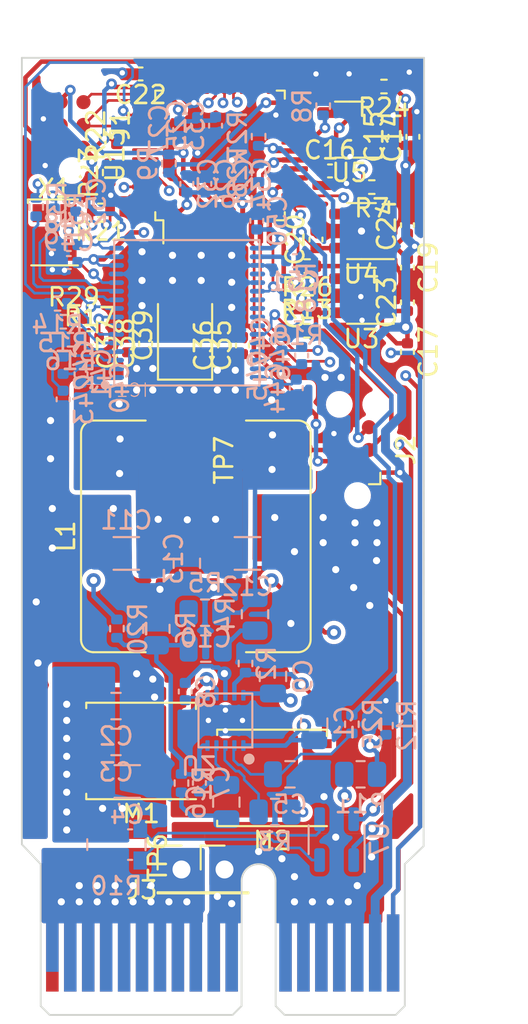
<source format=kicad_pcb>
(kicad_pcb (version 20221018) (generator pcbnew)
  (layers (0 "F.Cu" signal) (1 "In1.Cu" power) (2 "In2.Cu" power) (31 "B.Cu" signal) (34 "B.Paste" user) (35 "F.Paste" user) (36 "B.SilkS" user "B.Silkscreen") (37 "F.SilkS" user "F.Silkscreen") (38 "B.Mask" user) (39 "F.Mask" user) (44 "Edge.Cuts" user))
  (net 0 "")
  (net 1 "Net-(M1-D)")
  (net 2 "Net-(U2-EN{slash}SS)")
  (net 3 "Net-(U2-COMP)")
  (net 4 "Net-(C6-Pad2)")
  (net 5 "FB1V5")
  (net 7 "Net-(U2-BOOT)")
  (net 8 "Net-(M2-D)")
  (net 9 "Net-(U2-BP)")
  (net 10 "Net-(C10-Pad1)")
  (net 11 "1V5")
  (net 12 "3V3")
  (net 13 "1V8")
  (net 14 "0V8")
  (net 15 "Net-(IC1-VDD3_0)")
  (net 16 "Net-(IC1-VDD2_0)")
  (net 17 "Net-(IC1-VDD1_0)")
  (net 18 "Net-(IC1-VDD3_1)")
  (net 20 "Net-(IC1-VDD2_1)")
  (net 21 "Net-(IC1-VDD1_1)")
  (net 24 "Net-(IC1-ADDR0)")
  (net 25 "Net-(IC1-ADDR1)")
  (net 26 "Net-(IC1-ADDR2)")
  (net 27 "Net-(IC1-BI)")
  (net 28 "TEMP_P")
  (net 31 "Net-(IC1-RI)")
  (net 34 "VPWR")
  (net 35 "nRESET")
  (net 36 "SWO")
  (net 37 "Net-(M1-G)")
  (net 38 "Net-(M2-G)")
  (net 39 "Net-(U2-PGOOD)")
  (net 40 "Net-(U3-EN)")
  (net 41 "Net-(U4-EN)")
  (net 42 "ADC12_IN1")
  (net 43 "ADC12_IN0")
  (net 44 "URST")
  (net 45 "UCLK")
  (net 46 "UTXD")
  (net 47 "URXD")
  (net 48 "GND")
  (net 49 "Net-(U2-FB)")
  (net 50 "4V0")
  (net 51 "Net-(IC1-CLKI)")
  (net 52 "CAN_RX")
  (net 53 "CAN_TX")
  (net 54 "EN0V8")
  (net 55 "Net-(U13-PA3)")
  (net 56 "Net-(U13-PA4)")
  (net 57 "/MCU/SWDCLK")
  (net 58 "Net-(U13-BOOT0)")
  (net 59 "Net-(U5-EN)")
  (net 60 "EN1V5")
  (net 61 "EN1V8")
  (net 62 "Net-(U13-PA9)")
  (net 63 "Net-(U13-PA10)")
  (net 80 "/MCU/SWDIO")
  (net 85 "Net-(U7-+)")
  (net 86 "Net-(U7--)")
  (footprint "Capacitor_SMD:C_0402_1005Metric" (layer "F.Cu") (at 154.3 85.68 -90)
    (fp_text reference "C19")
    (fp_text value "0.1uF")
  )
  (footprint "Package_TO_SOT_SMD:SOT-23-5" (layer "F.Cu") (at 151.7375 83.65 180)
    (fp_text reference "U4")
    (fp_text value "TPS7A0508PDBV")
  )
  (footprint "Capacitor_SMD:C_0402_1005Metric" (layer "F.Cu") (at 149.2 84.12 90)
    (fp_text reference "C20")
    (fp_text value "1uF")
  )
  (footprint "Connector_PCBEdge:BUS_PCIexpress_x1" (layer "F.Cu") (at 134.5 123.85)
    (fp_text reference "J3")
    (fp_text value "MAS_Edge_Connector")
    (fp_line (start -0.65 -4.95) (end -0.65 2.95) (stroke (width 0.1)) (layer "Edge.Cuts"))
    (fp_line (start -0.65 2.95) (end -0.15 3.45) (stroke (width 0.1)) (layer "Edge.Cuts"))
    (fp_line (start -0.15 3.45) (end 10.05 3.45) (stroke (width 0.1)) (layer "Edge.Cuts"))
    (fp_line (start 10.55 -4) (end 10.55 2.95) (stroke (width 0.1)) (layer "Edge.Cuts"))
    (fp_line (start 10.55 2.95) (end 10.05 3.45) (stroke (width 0.1)) (layer "Edge.Cuts"))
    (fp_line (start 12.45 -4) (end 12.45 2.95) (stroke (width 0.1)) (layer "Edge.Cuts"))
    (fp_line (start 12.45 2.95) (end 12.95 3.45) (stroke (width 0.1)) (layer "Edge.Cuts"))
    (fp_line (start 12.95 3.45) (end 19.15 3.45) (stroke (width 0.1)) (layer "Edge.Cuts"))
    (fp_line (start 19.65 -4.95) (end 19.65 2.95) (stroke (width 0.1)) (layer "Edge.Cuts"))
    (fp_line (start 19.65 2.95) (end 19.15 3.45) (stroke (width 0.1)) (layer "Edge.Cuts"))
    (fp_arc (start 10.55 -4) (mid 11.5 -4.95) (end 12.45 -4) (stroke (width 0.1)) (layer "Edge.Cuts"))
  )
  (footprint "Connector_PinHeader_2.54mm:PinHeader_1x01_P2.54mm_Vertical" (layer "F.Cu") (at 141.7 119.2)
    (fp_text reference "TP6")
    (fp_text value "TestPoint")
  )
  (footprint "Capacitor_SMD:C_0402_1005Metric" (layer "F.Cu") (at 149.2 87.68 90)
    (fp_text reference "C18")
    (fp_text value "1uF")
  )
  (footprint "Resistor_SMD:R_0402_1005Metric" (layer "F.Cu") (at 137.7 80.39 90)
    (fp_text reference "R23")
    (fp_text value "15k")
  )
  (footprint "Connector:Tag-Connect_TC2030-IDC-NL_2x03_P1.27mm_Vertical" (layer "F.Cu") (at 135.6 77.74 90)
    (fp_text reference "J1")
    (fp_text value "Conn_SKEDD_6pos")
  )
  (footprint "Package_TO_SOT_SMD:SOT-23-5" (layer "F.Cu") (at 151.7375 87.25 180)
    (fp_text reference "U3")
    (fp_text value "MIC5504-1.8YM5")
  )
  (footprint "Connector_PinHeader_2.54mm:PinHeader_1x01_P2.54mm_Vertical" (layer "F.Cu") (at 144.1 119.2)
    (fp_text reference "TP7")
    (fp_text value "TestPoint")
  )
  (footprint "Connector:Tag-Connect_TC2030-IDC-NL_2x03_P1.27mm_Vertical" (layer "F.Cu") (at 151.516 95.84 90)
    (fp_text reference "J2")
    (fp_text value "Conn_SKEDD_6pos")
  )
  (footprint "Resistor_SMD:R_0402_1005Metric" (layer "F.Cu") (at 148.69 89.2)
    (fp_text reference "R13")
    (fp_text value "15k")
  )
  (footprint "Capacitor_SMD:C_0402_1005Metric" (layer "F.Cu") (at 144.1 90.02 90)
    (fp_text reference "C36")
    (fp_text value "0.1uF")
  )
  (footprint "Capacitor_SMD:C_0402_1005Metric" (layer "F.Cu") (at 138.7 89.92 90)
    (fp_text reference "C37")
    (fp_text value "1uF")
  )
  (footprint "Resistor_SMD:R_0402_1005Metric" (layer "F.Cu") (at 135.7 88.5)
    (fp_text reference "R29")
    (fp_text value "15k")
  )
  (footprint "Capacitor_SMD:C_0402_1005Metric" (layer "F.Cu") (at 154.3 90.38 -90)
    (fp_text reference "C17")
    (fp_text value "0.1uF")
  )
  (footprint "Capacitor_SMD:C_0402_1005Metric" (layer "F.Cu") (at 145.1 90.02 90)
    (fp_text reference "C35")
    (fp_text value "1uF")
  )
  (footprint "Resistor_SMD:R_0402_1005Metric" (layer "F.Cu") (at 136.6 89.6)
    (fp_text reference "R17")
    (fp_text value "15k")
  )
  (footprint "Resistor_SMD:R_0402_1005Metric" (layer "F.Cu") (at 148.71 85.6 180)
    (fp_text reference "R26")
    (fp_text value "1k")
  )
  (footprint "Package_TO_SOT_SMD:SOT-23-5" (layer "F.Cu") (at 151.0625 78 180)
    (fp_text reference "U5")
    (fp_text value "MIC5504-3.3YM5")
  )
  (footprint "Capacitor_SMD:C_0402_1005Metric" (layer "F.Cu") (at 153.6 78.4 90)
    (fp_text reference "C15")
    (fp_text value "0.1uF")
  )
  (footprint "Resistor_SMD:R_0402_1005Metric" (layer "F.Cu") (at 152.31 81.2 180)
    (fp_text reference "R7")
    (fp_text value "1k")
  )
  (footprint "Package_TO_SOT_SMD:TDSON-8-1" (layer "F.Cu") (at 139.45 112.6 180)
    (fp_text reference "M1")
    (fp_text value "CSD17304Q3")
  )
  (footprint "Capacitor_SMD:C_0402_1005Metric" (layer "F.Cu") (at 154.6 78.4 90)
    (fp_text reference "C14")
    (fp_text value "1uF")
  )
  (footprint "Resistor_SMD:R_0402_1005Metric" (layer "F.Cu") (at 152.99 75.6 180)
    (fp_text reference "R24")
    (fp_text value "15k")
  )
  (footprint "Resistor_SMD:R_0402_1005Metric" (layer "F.Cu") (at 138.1 78.31 90)
    (fp_text reference "R22")
    (fp_text value "15k")
  )
  (footprint "Package_QFP:LQFP-48_7x7mm_P0.5mm" (layer "F.Cu") (at 143.85 79.4375 90)
    (fp_text reference "U13")
    (fp_text value "STM32F072CBTx")
  )
  (footprint "Inductor_SMD:L_Bourns_SRP1245A" (layer "F.Cu") (at 142.5 100.65 90)
    (fp_text reference "L1")
    (fp_text value "1.3uH")
  )
  (footprint "Package_TO_SOT_SMD:TDSON-8-1" (layer "F.Cu") (at 146.75 114.1 180)
    (fp_text reference "M2")
    (fp_text value "CSD17573Q5B")
  )
  (footprint "Capacitor_Tantalum_SMD:CP_EIA-3528-21_Kemet-B" (layer "F.Cu") (at 141.9 89.4625 90)
    (fp_text reference "C39")
    (fp_text value "330uF")
  )
  (footprint "Capacitor_SMD:C_0402_1005Metric" (layer "F.Cu") (at 139.7 89.92 90)
    (fp_text reference "C38")
    (fp_text value "0.1uF")
  )
  (footprint "Oscillator:Oscillator_SMD_EuroQuartz_XO32-4Pin_3.2x2.5mm" (layer "F.Cu") (at 134.625 83.725)
    (fp_text reference "X1")
    (fp_text value "25MHz")
  )
  (footprint "Capacitor_SMD:C_0402_1005Metric" (layer "F.Cu") (at 154.3 83.32 90)
    (fp_text reference "C24")
    (fp_text value "1uF")
  )
  (footprint "Capacitor_SMD:C_0402_1005Metric" (layer "F.Cu") (at 149.98 80.3)
    (fp_text reference "C16")
    (fp_text value "1uF")
  )
  (footprint "Capacitor_SMD:C_0402_1005Metric" (layer "F.Cu") (at 154.3 87.62 90)
    (fp_text reference "C23")
    (fp_text value "1uF")
  )
  (footprint "Capacitor_SMD:C_0402_1005Metric" (layer "F.Cu") (at 139.42 74.9 180)
    (fp_text reference "C22")
    (fp_text value "100nF")
  )
  (footprint "Resistor_SMD:R_0402_1005Metric" (layer "F.Cu") (at 137.21 82.5 180)
    (fp_text reference "R21")
    (fp_text value "1k")
  )
  (footprint "Capacitor_SMD:C_0402_1005Metric" (layer "B.Cu") (at 148.02 85.3)
    (fp_text reference "C51")
    (fp_text value "1uF")
  )
  (footprint "Capacitor_SMD:C_0402_1005Metric" (layer "B.Cu") (at 136.1 91.62 90)
    (fp_text reference "C41")
    (fp_text value "1uF")
  )
  (footprint "Resistor_SMD:R_0402_1005Metric" (layer "B.Cu") (at 149.6 76.69 -90)
    (fp_text reference "R8")
    (fp_text value "15k")
  )
  (footprint "Capacitor_SMD:C_0805_2012Metric" (layer "B.Cu") (at 149.1 111.05 90)
    (fp_text reference "C1")
    (fp_text value "1uF")
  )
  (footprint "bitaxe:BM1397" (layer "B.Cu") (at 142 88.2)
    (fp_text reference "IC1")
    (fp_text value "BM1397_mode1")
  )
  (footprint "Capacitor_SMD:C_0402_1005Metric" (layer "B.Cu") (at 147.1 91.7 -90)
    (fp_text reference "C45")
    (fp_text value "1uF")
  )
  (footprint "Capacitor_SMD:C_0402_1005Metric" (layer "B.Cu") (at 144 81.02 90)
    (fp_text reference "C21")
    (fp_text value "1uF")
  )
  (footprint "Resistor_SMD:R_0805_2012Metric" (layer "B.Cu") (at 140.3 105.8 90)
    (fp_text reference "R6")
    (fp_text value "6.65k")
  )
  (footprint "Package_TO_SOT_SMD:SOT-23-5" (layer "B.Cu") (at 150.35 117.5375 90)
    (fp_text reference "U7")
    (fp_text value "INA180A4")
  )
  (footprint "Resistor_SMD:R_0402_1005Metric" (layer "B.Cu") (at 145.270754 107.728255 90)
    (fp_text reference "R2")
    (fp_text value "1.74k")
  )
  (footprint "Capacitor_SMD:C_1206_3216Metric" (layer "B.Cu") (at 138.625 101.6 180)
    (fp_text reference "C11")
    (fp_text value "220uF")
  )
  (footprint "Capacitor_SMD:C_0402_1005Metric" (layer "B.Cu") (at 141.910754 109.290755 90)
    (fp_text reference "C8")
    (fp_text value "100nF")
  )
  (footprint "Resistor_SMD:R_0402_1005Metric" (layer "B.Cu") (at 141 79.89 -90)
    (fp_text reference "R9")
    (fp_text value "15k")
  )
  (footprint "Capacitor_SMD:C_0402_1005Metric" (layer "B.Cu") (at 135.8 82.08 90)
    (fp_text reference "C52")
    (fp_text value "0.1uF")
  )
  (footprint "Capacitor_SMD:C_0805_2012Metric" (layer "B.Cu") (at 144.2 115.45 -90)
    (fp_text reference "C6")
    (fp_text value "11nF")
  )
  (footprint "Capacitor_SMD:C_0805_2012Metric" (layer "B.Cu") (at 143.05 106.9 180)
    (fp_text reference "C10")
    (fp_text value "3.9nF")
  )
  (footprint "Capacitor_SMD:C_0402_1005Metric" (layer "B.Cu") (at 142.6 77.78 -90)
    (fp_text reference "C25")
    (fp_text value "10nF")
  )
  (footprint "Resistor_SMD:R_0402_1005Metric" (layer "B.Cu") (at 134.79 87.7)
    (fp_text reference "R14")
    (fp_text value "15k")
  )
  (footprint "Capacitor_SMD:C_0402_1005Metric" (layer "B.Cu") (at 148.4 90.58 -90)
    (fp_text reference "C46")
    (fp_text value "1uF")
  )
  (footprint "Capacitor_SMD:C_0402_1005Metric" (layer "B.Cu") (at 148.1 92.4 -90)
    (fp_text reference "C44")
    (fp_text value "1uF")
  )
  (footprint "Capacitor_SMD:C_0402_1005Metric" (layer "B.Cu") (at 143 81.02 90)
    (fp_text reference "C26")
    (fp_text value "4.7uF")
  )
  (footprint "Capacitor_SMD:C_0805_2012Metric" (layer "B.Cu") (at 147.75 113.9)
    (fp_text reference "C5")
    (fp_text value "3.3nF")
  )
  (footprint "Capacitor_SMD:C_0402_1005Metric" (layer "B.Cu") (at 142.7 114.38 90)
    (fp_text reference "C7")
    (fp_text value "470pF")
  )
  (footprint "Resistor_SMD:R_0805_2012Metric" (layer "B.Cu") (at 151.6875 113.9)
    (fp_text reference "R11")
    (fp_text value "100k")
  )
  (footprint "Capacitor_SMD:C_1206_3216Metric" (layer "B.Cu") (at 145.375 101.6)
    (fp_text reference "C12")
    (fp_text value "220uF")
  )
  (footprint "Capacitor_SMD:C_0805_2012Metric" (layer "B.Cu") (at 138.05 110.1)
    (fp_text reference "C2")
    (fp_text value "22uF")
  )
  (footprint "Resistor_SMD:R_0402_1005Metric" (layer "B.Cu") (at 146 80.4 -90)
    (fp_text reference "R28")
    (fp_text value "15k")
  )
  (footprint "mineapple:TPS40305" (layer "B.Cu") (at 144.15 110.9 90)
    (fp_text reference "U2")
    (fp_text value "TPS40303DRCR")
  )
  (footprint "Resistor_SMD:R_0402_1005Metric" (layer "B.Cu") (at 133.6 82.31 90)
    (fp_text reference "R32")
    (fp_text value "1k")
  )
  (footprint "Resistor_SMD:R_Shunt_Vishay_WSKW0612" (layer "B.Cu") (at 138.0715 117.815)
    (fp_text reference "R10")
    (fp_text value "2mOhm")
  )
  (footprint "Resistor_SMD:R_0402_1005Metric" (layer "B.Cu") (at 135.51 89.7)
    (fp_text reference "R16")
    (fp_text value "15k")
  )
  (footprint "Resistor_SMD:R_0805_2012Metric" (layer "B.Cu") (at 143.0125 104.9 180)
    (fp_text reference "R5")
    (fp_text value "10k")
  )
  (footprint "Capacitor_SMD:C_0402_1005Metric" (layer "B.Cu") (at 143.6 77.78 -90)
    (fp_text reference "C33")
    (fp_text value "100nF")
  )
  (footprint "Capacitor_SMD:C_0402_1005Metric" (layer "B.Cu") (at 141.6 78.02 -90)
    (fp_text reference "C27")
    (fp_text value "1uF")
  )
  (footprint "Capacitor_SMD:C_0402_1005Metric" (layer "B.Cu") (at 135.42 84.4 180)
    (fp_text reference "C48")
    (fp_text value "1uF")
  )
  (footprint "Resistor_SMD:R_0805_2012Metric" (layer "B.Cu") (at 146.9125 116)
    (fp_text reference "R3")
    (fp_text value "100k")
  )
  (footprint "Capacitor_SMD:C_0805_2012Metric" (layer "B.Cu") (at 142 102.15 -90)
    (fp_text reference "C13")
    (fp_text value "100uF")
  )
  (footprint "Capacitor_SMD:C_0402_1005Metric" (layer "B.Cu") (at 145 81.02 90)
    (fp_text reference "C34")
    (fp_text value "100nF")
  )
  (footprint "Capacitor_SMD:C_0402_1005Metric" (layer "B.Cu") (at 137.1 92.38 90)
    (fp_text reference "C40")
    (fp_text value "1uF")
  )
  (footprint "Resistor_SMD:R_0402_1005Metric" (layer "B.Cu") (at 135.11 88.7)
    (fp_text reference "R15")
    (fp_text value "15k")
  )
  (footprint "Capacitor_SMD:C_0402_1005Metric" (layer "B.Cu") (at 135.42 85.4 180)
    (fp_text reference "C49")
    (fp_text value "1uF")
  )
  (footprint "Capacitor_SMD:C_0805_2012Metric" (layer "B.Cu") (at 138.05 112.1)
    (fp_text reference "C3")
    (fp_text value "22uF")
  )
  (footprint "Resistor_SMD:R_0402_1005Metric" (layer "B.Cu") (at 147.5 86.81 90)
    (fp_text reference "R18")
    (fp_text value "1k")
  )
  (footprint "Resistor_SMD:R_0805_2012Metric" (layer "B.Cu") (at 145.8 104.9875 -90)
    (fp_text reference "R4")
    (fp_text value "432")
  )
  (footprint "Capacitor_SMD:C_0402_1005Metric" (layer "B.Cu") (at 147.3 89.82 -90)
    (fp_text reference "C47")
    (fp_text value "1uF")
  )
  (footprint "Capacitor_SMD:C_0402_1005Metric" (layer "B.Cu") (at 135.1 93.02 90)
    (fp_text reference "C43")
    (fp_text value "1uF")
  )
  (footprint "Capacitor_SMD:C_0402_1005Metric" (layer "B.Cu") (at 145.9 83.08 90)
    (fp_text reference "C50")
    (fp_text value "1uF")
  )
  (footprint "Capacitor_SMD:C_0402_1005Metric" (layer "B.Cu") (at 135.1 91.12 90)
    (fp_text reference "C42")
    (fp_text value "1uF")
  )
  (footprint "Resistor_SMD:R_0402_1005Metric" (layer "B.Cu") (at 148.19 88.3)
    (fp_text reference "R19")
    (fp_text value "2k")
  )
  (footprint "Resistor_SMD:R_0402_1005Metric" (layer "B.Cu") (at 153.1 111.1875 90)
    (fp_text reference "R12")
    (fp_text value "15k")
  )
  (footprint "Capacitor_SMD:C_0402_1005Metric" (layer "B.Cu") (at 142 81.02 90)
    (fp_text reference "C32")
    (fp_text value "100nF")
  )
  (footprint "Resistor_SMD:R_0402_1005Metric" (layer "B.Cu") (at 138.1 105.7875 90)
    (fp_text reference "R20")
    (fp_text value "1k")
  )
  (footprint "Capacitor_SMD:C_0805_2012Metric" (layer "B.Cu") (at 146.8 108.45 90)
    (fp_text reference "C9")
    (fp_text value "10uF")
  )
  (footprint "Resistor_SMD:R_0402_1005Metric" (layer "B.Cu") (at 146 78.39 -90)
    (fp_text reference "R27")
    (fp_text value "15k")
  )
  (footprint "Resistor_SMD:R_0402_1005Metric" (layer "B.Cu") (at 141.7 114.39 90)
    (fp_text reference "R1")
    (fp_text value "3.83k")
  )
  (footprint "Resistor_SMD:R_0402_1005Metric" (layer "B.Cu") (at 134.6 82.89 90)
    (fp_text reference "R31")
    (fp_text value "1k")
  )
  (footprint "Capacitor_SMD:C_1206_3216Metric" (layer "B.Cu") (at 138.675 114.3)
    (fp_text reference "C4")
    (fp_text value "47uF")
  )
  (footprint "Resistor_SMD:R_0402_1005Metric" (layer "B.Cu") (at 151.2 111.1125 90)
    (fp_text reference "R25")
    (fp_text value "1k")
  )
  (gr_line (start 155.224994 74) (end 155.2 117.9) (stroke (width 0.1)) (layer "Edge.Cuts"))
  (gr_line (start 132.8 117.8) (end 132.8 74) (stroke (width 0.1)) (layer "Edge.Cuts"))
  (gr_line (start 154.15 118.9) (end 155.2 117.9) (stroke (width 0.1)) (layer "Edge.Cuts"))
  (gr_line (start 155.224994 74) (end 132.8 74) (stroke (width 0.1)) (layer "Edge.Cuts"))
  (gr_line (start 132.8 117.8) (end 133.85 118.9) (stroke (width 0.1)) (layer "Edge.Cuts"))
  (via (at 148.524502 111.193535) (size 0.8) (drill 0.4) (layers "F.Cu" "B.Cu") (net 1))
  (via (at 135.3 117) (size 0.8) (drill 0.4) (layers "F.Cu" "B.Cu") (net 1))
  (via (at 135.3 116) (size 0.8) (drill 0.4) (layers "F.Cu" "B.Cu") (net 1))
  (via (at 137.3 115.8) (size 0.8) (drill 0.4) (layers "F.Cu" "B.Cu") (net 1))
  (via (at 135.3 111.9) (size 0.8) (drill 0.4) (layers "F.Cu" "B.Cu") (net 1))
  (via (at 135.3 113.9) (size 0.8) (drill 0.4) (layers "F.Cu" "B.Cu") (net 1))
  (via (at 135.3 114.9) (size 0.8) (drill 0.4) (layers "F.Cu" "B.Cu") (net 1))
  (via (at 138.4 115.8) (size 0.8) (drill 0.4) (layers "F.Cu" "B.Cu") (net 1))
  (via (at 135.3 110) (size 0.8) (drill 0.4) (layers "F.Cu" "B.Cu") (net 1))
  (via (at 135.3 112.9) (size 0.8) (drill 0.4) (layers "F.Cu" "B.Cu") (net 1))
  (via (at 135.3 110.9) (size 0.8) (drill 0.4) (layers "F.Cu" "B.Cu") (net 1))
  (segment (start 147.8 111.918037) (end 147.8 112) (width 0.25) (layer "B.Cu") (net 1))
  (segment (start 148.524502 111.193535) (end 147.8 111.918037) (width 0.25) (layer "B.Cu") (net 1))
  (segment (start 147.5 112.3) (end 147.8 112) (width 0.25) (layer "B.Cu") (net 1))
  (segment (start 145.15 112.3) (end 147.5 112.3) (width 0.25) (layer "B.Cu") (net 1))
  (segment (start 149.1 112) (end 147.8 112) (width 0.25) (layer "B.Cu") (net 1))
  (segment (start 150.0475 112.775) (end 151.2 111.6225) (width 0.15) (layer "B.Cu") (net 2))
  (segment (start 145.037436 113.375) (end 145.562436 113.9) (width 0.15) (layer "B.Cu") (net 2))
  (segment (start 146.2 113.9) (end 147.232538 113.9) (width 0.15) (layer "B.Cu") (net 2))
  (segment (start 144.610754 113.110754) (end 144.875 113.375) (width 0.15) (layer "B.Cu") (net 2))
  (segment (start 145.562436 113.9) (end 146.2 113.9) (width 0.15) (layer "B.Cu") (net 2))
  (segment (start 144.610754 112.589246) (end 144.610754 113.110754) (width 0.15) (layer "B.Cu") (net 2))
  (segment (start 148.357538 112.775) (end 150.0475 112.775) (width 0.15) (layer "B.Cu") (net 2))
  (segment (start 146.2 113.9) (end 146.8 113.9) (width 0.15) (layer "B.Cu") (net 2))
  (segment (start 144.875 113.375) (end 145.037436 113.375) (width 0.15) (layer "B.Cu") (net 2))
  (segment (start 147.232538 113.9) (end 148.357538 112.775) (width 0.15) (layer "B.Cu") (net 2))
  (segment (start 144.116196 114.383804) (end 144.2 114.3) (width 0.25) (layer "B.Cu") (net 3))
  (segment (start 142.707609 114.86) (end 143.183805 114.383804) (width 0.25) (layer "B.Cu") (net 3))
  (segment (start 144.2 113.9) (end 144.2 114.3) (width 0.15) (layer "B.Cu") (net 3))
  (segment (start 142.7 114.86) (end 142.707609 114.86) (width 0.25) (layer "B.Cu") (net 3))
  (segment (start 143.610754 112.589246) (end 143.610754 113.310754) (width 0.15) (layer "B.Cu") (net 3))
  (segment (start 143.183805 114.383804) (end 144.116196 114.383804) (width 0.25) (layer "B.Cu") (net 3))
  (segment (start 143.610754 113.310754) (end 144.2 113.9) (width 0.15) (layer "B.Cu") (net 3))
  (segment (start 142.2 116.2) (end 144.2 116.2) (width 0.25) (layer "B.Cu") (net 4))
  (segment (start 141.7 114.9) (end 141.7 115.7) (width 0.25) (layer "B.Cu") (net 4))
  (segment (start 141.7 115.7) (end 142.2 116.2) (width 0.25) (layer "B.Cu") (net 4))
  (segment (start 147.097025 81.1875) (end 148.0125 81.1875) (width 0.25) (layer "F.Cu") (net 5))
  (segment (start 150.2 106) (end 149.7 106) (width 0.25) (layer "F.Cu") (net 5))
  (segment (start 146.787153 81.497372) (end 147.097025 81.1875) (width 0.25) (layer "F.Cu") (net 5))
  (segment (start 146.805277 103.105277) (end 146.720625 103.105277) (width 0.25) (layer "F.Cu") (net 5))
  (segment (start 149.7 106) (end 146.805277 103.105277) (width 0.25) (layer "F.Cu") (net 5))
  (via (at 150.2 106) (size 0.8) (drill 0.4) (layers "F.Cu" "B.Cu") (net 5))
  (via (at 146.720625 103.105277) (size 0.8) (drill 0.4) (layers "F.Cu" "B.Cu") (net 5))
  (via (at 136.8 103.1) (size 0.8) (drill 0.4) (layers "F.Cu" "B.Cu") (net 5))
  (via (at 146.787153 81.497372) (size 0.6) (drill 0.3) (layers "F.Cu" "B.Cu") (net 5))
  (segment (start 136.8 103.9775) (end 138.1 105.2775) (width 0.25) (layer "B.Cu") (net 5))
  (segment (start 136.8 103.1) (end 136.8 103.9775) (width 0.25) (layer "B.Cu") (net 5))
  (segment (start 143.15 109.5) (end 143.039245 109.610755) (width 0.15) (layer "B.Cu") (net 7))
  (segment (start 143.039245 109.610755) (end 141.710754 109.610755) (width 0.15) (layer "B.Cu") (net 7))
  (via (at 144.093389 108.289623) (size 0.8) (drill 0.4) (layers "F.Cu" "B.Cu") (net 8))
  (segment (start 141.910754 108.764441) (end 142.799695 107.8755) (width 0.25) (layer "B.Cu") (net 8))
  (segment (start 144.15 108.346234) (end 144.15 109.5) (width 0.25) (layer "B.Cu") (net 8))
  (segment (start 143.3755 107.8755) (end 143.45 107.95) (width 0.25) (layer "B.Cu") (net 8))
  (segment (start 143.753766 107.95) (end 144.093389 108.289623) (width 0.25) (layer "B.Cu") (net 8))
  (segment (start 141.910754 108.810755) (end 141.910754 108.764441) (width 0.25) (layer "B.Cu") (net 8))
  (segment (start 143.45 107.95) (end 143.753766 107.95) (width 0.25) (layer "B.Cu") (net 8))
  (segment (start 144.093389 108.289623) (end 144.15 108.346234) (width 0.25) (layer "B.Cu") (net 8))
  (segment (start 142.799695 107.8755) (end 143.3755 107.8755) (width 0.25) (layer "B.Cu") (net 8))
  (via (at 147.77789 109.786318) (size 0.8) (drill 0.4) (layers "F.Cu" "B.Cu") (net 9))
  (via (at 148.474502 116) (size 0.6) (drill 0.3) (layers "F.Cu" "B.Cu") (net 9))
  (segment (start 145.25 109.4) (end 146.8 109.4) (width 0.25) (layer "B.Cu") (net 9))
  (segment (start 147.391572 109.4) (end 147.77789 109.786318) (width 0.25) (layer "B.Cu") (net 9))
  (segment (start 148.474502 116) (end 147.825 116) (width 0.25) (layer "B.Cu") (net 9))
  (segment (start 146.8 109.4) (end 147.391572 109.4) (width 0.25) (layer "B.Cu") (net 9))
  (segment (start 145.15 109.5) (end 145.25 109.4) (width 0.25) (layer "B.Cu") (net 9))
  (segment (start 145 105.9) (end 145.8 105.9) (width 0.25) (layer "B.Cu") (net 10))
  (segment (start 144 106.9) (end 145 105.9) (width 0.25) (layer "B.Cu") (net 10))
  (segment (start 147.615 95.84) (end 146.775 95) (width 0.25) (layer "F.Cu") (net 11))
  (segment (start 150.881 95.84) (end 147.615 95.84) (width 0.25) (layer "F.Cu") (net 11))
  (via (at 143.7 92.5) (size 0.8) (drill 0.4) (layers "F.Cu" "B.Cu") (net 11))
  (via (at 140.4 99.7) (size 0.8) (drill 0.4) (layers "F.Cu" "B.Cu") (net 11))
  (via (at 144.7 91.4) (size 0.8) (drill 0.4) (layers "F.Cu" "B.Cu") (net 11))
  (via (at 138.275 95.225) (size 0.8) (drill 0.4) (layers "F.Cu" "B.Cu") (net 11))
  (via (at 142.4 92.5) (size 0.8) (drill 0.4) (layers "F.Cu" "B.Cu") (net 11))
  (via (at 140.1 91.3) (size 0.8) (drill 0.4) (layers "F.Cu" "B.Cu") (net 11))
  (via (at 139.2 92.5) (size 0.8) (drill 0.4) (layers "F.Cu" "B.Cu") (net 11))
  (via (at 146.775 95) (size 0.8) (drill 0.4) (layers "F.Cu" "B.Cu") (net 11))
  (via (at 140.1 92.5) (size 0.8) (drill 0.4) (layers "F.Cu" "B.Cu") (net 11))
  (via (at 146.725 93.05) (size 0.8) (drill 0.4) (layers "F.Cu" "B.Cu") (net 11))
  (via (at 139.2 91.3) (size 0.8) (drill 0.4) (layers "F.Cu" "B.Cu") (net 11))
  (via (at 146.75 96.925) (size 0.8) (drill 0.4) (layers "F.Cu" "B.Cu") (net 11))
  (via (at 143.7 91.4) (size 0.8) (drill 0.4) (layers "F.Cu" "B.Cu") (net 11))
  (via (at 138.225 93.275) (size 0.8) (drill 0.4) (layers "F.Cu" "B.Cu") (net 11))
  (via (at 138.25 97.15) (size 0.8) (drill 0.4) (layers "F.Cu" "B.Cu") (net 11))
  (via (at 141.6 92.5) (size 0.8) (drill 0.4) (layers "F.Cu" "B.Cu") (net 11))
  (via (at 144.7 92.5) (size 0.8) (drill 0.4) (layers "F.Cu" "B.Cu") (net 11))
  (via (at 143.6 99.7) (size 0.8) (drill 0.4) (layers "F.Cu" "B.Cu") (net 11))
  (via (at 142.025 99.725) (size 0.8) (drill 0.4) (layers "F.Cu" "B.Cu") (net 11))
  (segment (start 145.8 97.9) (end 145 97.1) (width 0.25) (layer "B.Cu") (net 11))
  (segment (start 145.8 104.075) (end 145.8 97.9) (width 0.25) (layer "B.Cu") (net 11))
  (segment (start 143.925 104.9) (end 144.975 104.9) (width 0.25) (layer "B.Cu") (net 11))
  (segment (start 138.25 95.2) (end 138.275 95.225) (width 0.15) (layer "B.Cu") (net 11))
  (segment (start 144.975 104.9) (end 145.8 104.075) (width 0.25) (layer "B.Cu") (net 11))
  (segment (start 149.5 80.3) (end 149.5 79.8) (width 0.25) (layer "F.Cu") (net 12))
  (segment (start 154.05 105.05) (end 150.487301 101.487301) (width 0.25) (layer "F.Cu") (net 12))
  (segment (start 149.925 79.375) (end 149.925 78.95) (width 0.25) (layer "F.Cu") (net 12))
  (segment (start 145.735 90.435) (end 149.2 93.9) (width 0.25) (layer "F.Cu") (net 12))
  (segment (start 140.7875 82.1875) (end 139.6875 82.1875) (width 0.25) (layer "F.Cu") (net 12))
  (segment (start 150.2355 96.4645) (end 149.3 96.4645) (width 0.25) (layer "F.Cu") (net 12))
  (segment (start 145.125 82.1) (end 145.125 84.428185) (width 0.25) (layer "F.Cu") (net 12))
  (segment (start 141.1 82.796815) (end 141.359315 82.5375) (width 0.25) (layer "F.Cu") (net 12))
  (segment (start 150.499503 77.9) (end 150.325 78.074503) (width 0.25) (layer "F.Cu") (net 12))
  (segment (start 149.5 79.8) (end 149.925 79.375) (width 0.25) (layer "F.Cu") (net 12))
  (segment (start 146.415456 76.50146) (end 147.82646 76.50146) (width 0.25) (layer "F.Cu") (net 12))
  (segment (start 145.3 88.935) (end 145.462609 88.935) (width 0.25) (layer "F.Cu") (net 12))
  (segment (start 149.2 93.9) (end 149.2 94.4) (width 0.25) (layer "F.Cu") (net 12))
  (segment (start 145.1 83.6) (end 145.1 82.1) (width 0.25) (layer "F.Cu") (net 12))
  (segment (start 151 76.790749) (end 151 77.399503) (width 0.25) (layer "F.Cu") (net 12))
  (segment (start 154.05 114.185719) (end 154.05 105.05) (width 0.25) (layer "F.Cu") (net 12))
  (segment (start 151 77.399503) (end 150.499503 77.9) (width 0.25) (layer "F.Cu") (net 12))
  (segment (start 141.1 83.6) (end 141.1 82.796815) (width 0.25) (layer "F.Cu") (net 12))
  (segment (start 141.1 83.6) (end 141.1 82.5) (width 0.25) (layer "F.Cu") (net 12))
  (segment (start 145.735 89.207391) (end 145.735 90.435) (width 0.25) (layer "F.Cu") (net 12))
  (segment (start 141.359315 82.5375) (end 141.636308 82.5375) (width 0.25) (layer "F.Cu") (net 12))
  (segment (start 152.38393 115.851789) (end 154.05 114.185719) (width 0.25) (layer "F.Cu") (net 12))
  (segment (start 150.325 78.074503) (end 150.325 78.55) (width 0.25) (layer "F.Cu") (net 12))
  (segment (start 147.82646 76.50146) (end 148.0125 76.6875) (width 0.25) (layer "F.Cu") (net 12))
  (segment (start 150.487301 97.503699) (end 150.881 97.11) (width 0.25) (layer "F.Cu") (net 12))
  (segment (start 150.487301 101.487301) (end 150.487301 97.503699) (width 0.25) (layer "F.Cu") (net 12))
  (segment (start 150.634251 76.425) (end 151 76.790749) (width 0.25) (layer "F.Cu") (net 12))
  (segment (start 141.636308 82.5375) (end 141.998308 82.1755) (width 0.25) (layer "F.Cu") (net 12))
  (segment (start 141.1 82.5) (end 140.7875 82.1875) (width 0.25) (layer "F.Cu") (net 12))
  (segment (start 150.325 78.55) (end 149.925 78.95) (width 0.25) (layer "F.Cu") (net 12))
  (segment (start 150.881 97.11) (end 150.2355 96.4645) (width 0.25) (layer "F.Cu") (net 12))
  (segment (start 148.0125 76.6875) (end 148.275 76.425) (width 0.25) (layer "F.Cu") (net 12))
  (segment (start 148.275 76.425) (end 150.634251 76.425) (width 0.25) (layer "F.Cu") (net 12))
  (segment (start 145.125 84.428185) (end 145.3 84.603185) (width 0.25) (layer "F.Cu") (net 12))
  (segment (start 145.3 84.603185) (end 145.3 88.935) (width 0.25) (layer "F.Cu") (net 12))
  (segment (start 145.1 82.1) (end 145.125 82.1) (width 0.25) (layer "F.Cu") (net 12))
  (segment (start 145.462609 88.935) (end 145.735 89.207391) (width 0.25) (layer "F.Cu") (net 12))
  (via (at 150.499503 77.9) (size 0.6) (drill 0.3) (layers "F.Cu" "B.Cu") (net 12))
  (via (at 149.3 96.4645) (size 0.6) (drill 0.3) (layers "F.Cu" "B.Cu") (net 12))
  (via (at 141.998308 82.1755) (size 0.6) (drill 0.3) (layers "F.Cu" "B.Cu") (net 12))
  (via (at 152.38393 115.851789) (size 0.8) (drill 0.4) (layers "F.Cu" "B.Cu") (net 12))
  (via (at 145.1 82.1) (size 0.6) (drill 0.3) (layers "F.Cu" "B.Cu") (net 12))
  (via (at 149.2 94.4) (size 0.6) (drill 0.3) (layers "F.Cu" "B.Cu") (net 12))
  (via (at 146.415456 76.50146) (size 0.6) (drill 0.3) (layers "F.Cu" "B.Cu") (net 12))
  (segment (start 145.1 81.5) (end 145 81.5) (width 0.25) (layer "B.Cu") (net 12))
  (segment (start 145.1 82.1) (end 145.1 81.5) (width 0.25) (layer "B.Cu") (net 12))
  (segment (start 141.465 79.935) (end 141 80.4) (width 0.25) (layer "B.Cu") (net 12))
  (segment (start 144 81.5) (end 145.1 81.5) (width 0.25) (layer "B.Cu") (net 12))
  (segment (start 145.41 81.5) (end 145 81.5) (width 0.25) (layer "B.Cu") (net 12))
  (segment (start 142 81.5) (end 143 81.5) (width 0.25) (layer "B.Cu") (net 12))
  (segment (start 149.2 96.3645) (end 149.3 96.4645) (width 0.25) (layer "B.Cu") (net 12))
  (segment (start 141.745 81.145) (end 141.637391 81.145) (width 0.25) (layer "B.Cu") (net 12))
  (segment (start 146.326149 76.50146) (end 142.892609 79.935) (width 0.25) (layer "B.Cu") (net 12))
  (segment (start 146.415456 76.50146) (end 146.326149 76.50146) (width 0.25) (layer "B.Cu") (net 12))
  (segment (start 142.892609 79.935) (end 141.465 79.935) (width 0.25) (layer "B.Cu") (net 12))
  (segment (start 141.998308 82.1755) (end 141.998308 81.501692) (width 0.25) (layer "B.Cu") (net 12))
  (segment (start 141.365 80.872609) (end 141.365 80.765) (width 0.25) (layer "B.Cu") (net 12))
  (segment (start 141.637391 81.145) (end 141.365 80.872609) (width 0.25) (layer "B.Cu") (net 12))
  (segment (start 141.998308 81.398308) (end 141.745 81.145) (width 0.25) (layer "B.Cu") (net 12))
  (segment (start 141.365 80.765) (end 141 80.4) (width 0.25) (layer "B.Cu") (net 12))
  (segment (start 151.3 116.4) (end 151.835719 116.4) (width 0.25) (layer "B.Cu") (net 12))
  (segment (start 141.998308 81.501692) (end 142 81.5) (width 0.25) (layer "B.Cu") (net 12))
  (segment (start 141.998308 82.1755) (end 141.998308 81.398308) (width 0.25) (layer "B.Cu") (net 12))
  (segment (start 143 81.5) (end 144 81.5) (width 0.25) (layer "B.Cu") (net 12))
  (segment (start 151.835719 116.4) (end 152.38393 115.851789) (width 0.25) (layer "B.Cu") (net 12))
  (segment (start 146 80.91) (end 145.41 81.5) (width 0.25) (layer "B.Cu") (net 12))
  (segment (start 149.2 94.4) (end 149.2 96.3645) (width 0.25) (layer "B.Cu") (net 12))
  (segment (start 147.4 86.440678) (end 147.447197 86.487875) (width 0.25) (layer "F.Cu") (net 13))
  (segment (start 136.7 80.05) (end 136.725 80.075) (width 0.15) (layer "F.Cu") (net 13))
  (segment (start 153.4023 92.93951) (end 149.66279 89.2) (width 0.25) (layer "F.Cu") (net 13))
  (segment (start 141.519319 76.650448) (end 141.519319 76.880682) (width 0.25) (layer "F.Cu") (net 13))
  (segment (start 140.473699 75.626301) (end 140.825 75.275) (width 0.25) (layer "F.Cu") (net 13))
  (segment (start 141.1 76.231129) (end 141.519319 76.650448) (width 0.25) (layer "F.Cu") (net 13))
  (segment (start 136.7 79.8) (end 136.7 79.475) (width 0.25) (layer "F.Cu") (net 13))
  (segment (start 136.780172 84.2) (end 136.035 83.454828) (width 0.15) (layer "F.Cu") (net 13))
  (segment (start 139.9 74.9) (end 140.725 74.9) (width 0.25) (layer "F.Cu") (net 13))
  (segment (start 140.825 75.275) (end 141.1 75.275) (width 0.25) (layer "F.Cu") (net 13))
  (segment (start 136.035 83.454828) (end 136.035 83.435) (width 0.15) (layer "F.Cu") (net 13))
  (segment (start 147.2495 84.081528) (end 147.4 84.232028) (width 0.25) (layer "F.Cu") (net 13))
  (segment (start 133.85 82.65) (end 135.4 82.65) (width 0.15) (layer "F.Cu") (net 13))
  (segment (start 137.775356 78.495356) (end 138.1 78.82) (width 0.25) (layer "F.Cu") (net 13))
  (segment (start 149.66279 89.2) (end 149.2 89.2) (width 0.25) (layer "F.Cu") (net 13))
  (segment (start 136.9 84.2) (end 136.780172 84.2) (width 0.15) (layer "F.Cu") (net 13))
  (segment (start 136.880006 79.01) (end 136.235 79.01) (width 0.25) (layer "F.Cu") (net 13))
  (segment (start 149.2 88.16) (end 149.2 89.2) (width 0.25) (layer "F.Cu") (net 13))
  (segment (start 137.39465 78.495356) (end 137.775356 78.495356) (width 0.25) (layer "F.Cu") (net 13))
  (segment (start 153.4023 94.5887) (end 153.4023 92.93951) (width 0.25) (layer "F.Cu") (net 13))
  (segment (start 149.24 88.2) (end 149.2 88.16) (width 0.25) (layer "F.Cu") (net 13))
  (segment (start 147.447197 86.487875) (end 147.447197 87.547197) (width 0.25) (layer "F.Cu") (net 13))
  (segment (start 147.4 84.232028) (end 147.4 86.440678) (width 0.25) (layer "F.Cu") (net 13))
  (segment (start 136.7 79.8) (end 136.7 80.05) (width 0.15) (layer "F.Cu") (net 13))
  (segment (start 147.447197 87.547197) (end 148.06 88.16) (width 0.25) (layer "F.Cu") (net 13))
  (segment (start 136.7 79.475) (end 136.235 79.01) (width 0.25) (layer "F.Cu") (net 13))
  (segment (start 137.39465 78.495356) (end 136.880006 79.01) (width 0.25) (layer "F.Cu") (net 13))
  (segment (start 136.035 83.435) (end 135.4 82.8) (width 0.15) (layer "F.Cu") (net 13))
  (segment (start 141.1 75.275) (end 141.1 76.231129) (width 0.25) (layer "F.Cu") (net 13))
  (segment (start 140.725 74.9) (end 141.1 75.275) (width 0.25) (layer "F.Cu") (net 13))
  (segment (start 137.9745 75.626301) (end 140.473699 75.626301) (width 0.25) (layer "F.Cu") (net 13))
  (segment (start 152.151 95.84) (end 153.4023 94.5887) (width 0.25) (layer "F.Cu") (net 13))
  (segment (start 135.4 82.8) (end 135.4 82.65) (width 0.15) (layer "F.Cu") (net 13))
  (segment (start 137.8 75.451801) (end 137.9745 75.626301) (width 0.25) (layer "F.Cu") (net 13))
  (segment (start 148.06 88.16) (end 149.2 88.16) (width 0.25) (layer "F.Cu") (net 13))
  (segment (start 150.6 88.2) (end 149.24 88.2) (width 0.25) (layer "F.Cu") (net 13))
  (via (at 138.313602 83.4) (size 0.6) (drill 0.3) (layers "F.Cu" "B.Cu") (net 13))
  (via (at 136.9 84.2) (size 0.6) (drill 0.3) (layers "F.Cu" "B.Cu") (net 13))
  (via (at 137.8 75.451801) (size 0.6) (drill 0.3) (layers "F.Cu" "B.Cu") (net 13))
  (via (at 147.2495 84.081528) (size 0.6) (drill 0.3) (layers "F.Cu" "B.Cu") (net 13))
  (via (at 141.519319 76.880682) (size 0.6) (drill 0.3) (layers "F.Cu" "B.Cu") (net 13))
  (via (at 136.7 79.8) (size 0.6) (drill 0.3) (layers "F.Cu" "B.Cu") (net 13))
  (via (at 137.39465 78.495356) (size 0.6) (drill 0.3) (layers "F.Cu" "B.Cu") (net 13))
  (segment (start 147.2495 84.081528) (end 146.731028 84.6) (width 0.25) (layer "B.Cu") (net 13))
  (segment (start 142.56 77.54) (end 142.6 77.5) (width 0.25) (layer "B.Cu") (net 13))
  (segment (start 136.779465 84.2) (end 135.8 83.220535) (width 0.15) (layer "B.Cu") (net 13))
  (segment (start 138.275 83.525) (end 138.275 83.538173) (width 0.15) (layer "B.Cu") (net 13))
  (segment (start 141.6 77.54) (end 142.56 77.54) (width 0.25) (layer "B.Cu") (net 13))
  (segment (start 135.96 84.5) (end 136.6 84.5) (width 0.15) (layer "B.Cu") (net 13))
  (segment (start 135.8 83.220535) (end 135.8 82.56) (width 0.15) (layer "B.Cu") (net 13))
  (segment (start 142.6 77.5) (end 143.6 77.5) (width 0.25) (layer "B.Cu") (net 13))
  (segment (start 138.275 83.538173) (end 137.613173 84.2) (width 0.15) (layer "B.Cu") (net 13))
  (segment (start 136.6 80.51079) (end 136.6 81.232391) (width 0.25) (layer "B.Cu") (net 13))
  (segment (start 137.4 75.851801) (end 137.8 75.451801) (width 0.25) (layer "B.Cu") (net 13))
  (segment (start 147.2495 84.081528) (end 146.727972 83.56) (width 0.25) (layer "B.Cu") (net 13))
  (segment (start 136.6 84.5) (end 136.9 84.2) (width 0.15) (layer "B.Cu") (net 13))
  (segment (start 136.5 81.332391) (end 136.5 82.2) (width 0.25) (layer "B.Cu") (net 13))
  (segment (start 137.4 78.490006) (end 137.4 75.851801) (width 0.25) (layer "B.Cu") (net 13))
  (segment (start 136.5 82.2) (end 136.975 82.675) (width 0.25) (layer "B.Cu") (net 13))
  (segment (start 138.325 83.388602) (end 138.313602 83.4) (width 0.25) (layer "B.Cu") (net 13))
  (segment (start 137.3 84.6) (end 138.0654 84.6) (width 0.15) (layer "B.Cu") (net 13))
  (segment (start 136.7 79.8) (end 136.7 80.41079) (width 0.25) (layer "B.Cu") (net 13))
  (segment (start 137.39465 78.495356) (end 137.4 78.490006) (width 0.25) (layer "B.Cu") (net 13))
  (segment (start 137.958884 82.675) (end 138.325 83.041116) (width 0.25) (layer "B.Cu") (net 13))
  (segment (start 138.325 83.041116) (end 138.325 83.388602) (width 0.25) (layer "B.Cu") (net 13))
  (segment (start 136.9 84.2) (end 137.3 84.6) (width 0.15) (layer "B.Cu") (net 13))
  (segment (start 136.7 80.41079) (end 136.6 80.51079) (width 0.25) (layer "B.Cu") (net 13))
  (segment (start 138.313602 83.486398) (end 138.275 83.525) (width 0.15) (layer "B.Cu") (net 13))
  (segment (start 136.6 81.232391) (end 136.5 81.332391) (width 0.25) (layer "B.Cu") (net 13))
  (segment (start 146.727972 83.56) (end 145.9 83.56) (width 0.25) (layer "B.Cu") (net 13))
  (segment (start 137.613173 84.2) (end 136.9 84.2) (width 0.15) (layer "B.Cu") (net 13))
  (segment (start 136.9 84.2) (end 136.779465 84.2) (width 0.15) (layer "B.Cu") (net 13))
  (segment (start 141.519319 76.880682) (end 141.6 76.961363) (width 0.25) (layer "B.Cu") (net 13))
  (segment (start 141.6 76.961363) (end 141.6 77.54) (width 0.25) (layer "B.Cu") (net 13))
  (segment (start 138.313602 83.4) (end 138.313602 83.486398) (width 0.15) (layer "B.Cu") (net 13))
  (segment (start 146.731028 84.6) (end 145.9346 84.6) (width 0.25) (layer "B.Cu") (net 13))
  (segment (start 136.975 82.675) (end 137.958884 82.675) (width 0.25) (layer "B.Cu") (net 13))
  (segment (start 148.3905 83.798109) (end 149.192391 84.6) (width 0.25) (layer "F.Cu") (net 14))
  (segment (start 151.559479 95.150927) (end 152.140406 94.57) (width 0.25) (layer "F.Cu") (net 14))
  (segment (start 136.8 85.2255) (end 136.8745 85.2255) (width 0.15) (layer "F.Cu") (net 14))
  (segment (start 138.874502 83.725498) (end 137.3745 85.2255) (width 0.25) (layer "F.Cu") (net 14))
  (segment (start 149.192391 84.6) (end 149.2 84.6) (width 0.25) (layer "F.Cu") (net 14))
  (segment (start 137.3745 85.2255) (end 136.8745 85.2255) (width 0.25) (layer "F.Cu") (net 14))
  (segment (start 139.6 83.725498) (end 138.874502 83.725498) (width 0.25) (layer "F.Cu") (net 14))
  (segment (start 152.140406 94.57) (end 152.151 94.57) (width 0.25) (layer "F.Cu") (net 14))
  (segment (start 148.3905 83.7) (end 148.3905 83.798109) (width 0.25) (layer "F.Cu") (net 14))
  (segment (start 150.6 84.6) (end 149.2 84.6) (width 0.25) (layer "F.Cu") (net 14))
  (via (at 151.559479 95.150927) (size 0.6) (drill 0.3) (layers "F.Cu" "B.Cu") (net 14))
  (via (at 148.3905 83.7) (size 0.6) (drill 0.3) (layers "F.Cu" "B.Cu") (net 14))
  (via (at 139.6 83.725498) (size 0.6) (drill 0.3) (layers "F.Cu" "B.Cu") (net 14))
  (via (at 136.8 85.2255) (size 0.6) (drill 0.3) (layers "F.Cu" "B.Cu") (net 14))
  (segment (start 148.3905 83.7) (end 148.1 83.9905) (width 0.25) (layer "B.Cu") (net 14))
  (segment (start 147.22 85.08) (end 145.9346 85.08) (width 0.25) (layer "B.Cu") (net 14))
  (segment (start 136.9455 85.08) (end 136.8 85.2255) (width 0.15) (layer "B.Cu") (net 14))
  (segment (start 138.0654 85.08) (end 136.9455 85.08) (width 0.15) (layer "B.Cu") (net 14))
  (segment (start 136.2545 85.2255) (end 136.8 85.2255) (width 0.15) (layer "B.Cu") (net 14))
  (segment (start 147.54 85.3) (end 147.44 85.3) (width 0.15) (layer "B.Cu") (net 14))
  (segment (start 147.54 84.992391) (end 147.54 85.3) (width 0.25) (layer "B.Cu") (net 14))
  (segment (start 147.44 85.3) (end 147.22 85.08) (width 0.15) (layer "B.Cu") (net 14))
  (segment (start 135.98 85.5) (end 136.2545 85.2255) (width 0.15) (layer "B.Cu") (net 14))
  (segment (start 148.1 83.9905) (end 148.1 84.432391) (width 0.25) (layer "B.Cu") (net 14))
  (segment (start 149.7 85.0095) (end 148.3905 83.7) (width 0.25) (layer "B.Cu") (net 14))
  (segment (start 138.0654 85.56) (end 137.1345 85.56) (width 0.15) (layer "B.Cu") (net 14))
  (segment (start 151.5 95.091448) (end 151.5 90.6) (width 0.25) (layer "B.Cu") (net 14))
  (segment (start 149.7 88.8) (end 149.7 85.0095) (width 0.25) (layer "B.Cu") (net 14))
  (segment (start 148.1 84.432391) (end 147.54 84.992391) (width 0.25) (layer "B.Cu") (net 14))
  (segment (start 151.559479 95.150927) (end 151.5 95.091448) (width 0.25) (layer "B.Cu") (net 14))
  (segment (start 151.5 90.6) (end 149.7 88.8) (width 0.25) (layer "B.Cu") (net 14))
  (segment (start 137.1345 85.56) (end 136.8 85.2255) (width 0.15) (layer "B.Cu") (net 14))
  (segment (start 136.6 92.1) (end 136.6 91.8) (width 0.15) (layer "B.Cu") (net 15))
  (segment (start 137.1 91.84) (end 138.0254 91.84) (width 0.15) (layer "B.Cu") (net 15))
  (segment (start 136.6 91.8) (end 137.06 91.8) (width 0.15) (layer "B.Cu") (net 15))
  (segment (start 138.0254 91.84) (end 138.0654 91.8) (width 0.15) (layer "B.Cu") (net 15))
  (segment (start 137.06 91.8) (end 137.1 91.84) (width 0.15) (layer "B.Cu") (net 15))
  (segment (start 136.1 92.1) (end 136.6 92.1) (width 0.15) (layer "B.Cu") (net 15))
  (segment (start 135.64 91.6) (end 136.1 91.14) (width 0.15) (layer "B.Cu") (net 16))
  (segment (start 137.37015 91.32) (end 138.0654 91.32) (width 0.15) (layer "B.Cu") (net 16))
  (segment (start 136.1 91.14) (end 137.19015 91.14) (width 0.15) (layer "B.Cu") (net 16))
  (segment (start 135.1 91.6) (end 135.64 91.6) (width 0.15) (layer "B.Cu") (net 16))
  (segment (start 137.19015 91.14) (end 137.37015 91.32) (width 0.15) (layer "B.Cu") (net 16))
  (segment (start 137.130125 90.585) (end 137.385125 90.84) (width 0.15) (layer "B.Cu") (net 17))
  (segment (start 134.515 91.955) (end 134.515 91.225) (width 0.15) (layer "B.Cu") (net 17))
  (segment (start 135.155 90.585) (end 137.130125 90.585) (width 0.15) (layer "B.Cu") (net 17))
  (segment (start 135.1 92.54) (end 134.515 91.955) (width 0.15) (layer "B.Cu") (net 17))
  (segment (start 138.0304 90.875) (end 138.0654 90.84) (width 0.15) (layer "B.Cu") (net 17))
  (segment (start 134.515 91.225) (end 135.1 90.64) (width 0.15) (layer "B.Cu") (net 17))
  (segment (start 137.385125 90.84) (end 138.0654 90.84) (width 0.15) (layer "B.Cu") (net 17))
  (segment (start 135.1 90.64) (end 135.155 90.585) (width 0.15) (layer "B.Cu") (net 17))
  (segment (start 147.84 92.18) (end 147.1 92.18) (width 0.15) (layer "B.Cu") (net 18))
  (segment (start 146.72 91.8) (end 147.1 92.18) (width 0.15) (layer "B.Cu") (net 18))
  (segment (start 148.02 92) (end 148.1 91.92) (width 0.15) (layer "B.Cu") (net 18))
  (segment (start 148.1 91.92) (end 147.84 92.18) (width 0.15) (layer "B.Cu") (net 18))
  (segment (start 145.9346 91.8) (end 146.72 91.8) (width 0.15) (layer "B.Cu") (net 18))
  (segment (start 147 91.32) (end 145.9346 91.32) (width 0.15) (layer "B.Cu") (net 20))
  (segment (start 147.1 91.22) (end 148.24 91.22) (width 0.15) (layer "B.Cu") (net 20))
  (segment (start 148.24 91.22) (end 148.4 91.06) (width 0.15) (layer "B.Cu") (net 20))
  (segment (start 147.1 91.22) (end 147 91.32) (width 0.15) (layer "B.Cu") (net 20))
  (segment (start 148.4 90.1) (end 148.2 90.3) (width 0.15) (layer "B.Cu") (net 21))
  (segment (start 147 90.3) (end 146.46 90.84) (width 0.15) (layer "B.Cu") (net 21))
  (segment (start 148.2 90.3) (end 147 90.3) (width 0.15) (layer "B.Cu") (net 21))
  (segment (start 146.46 90.84) (end 145.9346 90.84) (width 0.15) (layer "B.Cu") (net 21))
  (segment (start 137.404543 90.36) (end 138.0654 90.36) (width 0.15) (layer "B.Cu") (net 24))
  (segment (start 137.402321 90.362222) (end 137.404543 90.36) (width 0.15) (layer "B.Cu") (net 24))
  (segment (start 137.279543 90.235) (end 137.404543 90.36) (width 0.15) (layer "B.Cu") (net 24))
  (segment (start 136.555 90.235) (end 137.279543 90.235) (width 0.15) (layer "B.Cu") (net 24))
  (segment (start 136.02 89.7) (end 136.555 90.235) (width 0.15) (layer "B.Cu") (net 24))
  (segment (start 136.565 89.394581) (end 137.050419 89.88) (width 0.15) (layer "B.Cu") (net 25))
  (segment (start 135.62 88.7) (end 135.919828 88.7) (width 0.15) (layer "B.Cu") (net 25))
  (segment (start 137.050419 89.88) (end 138.0654 89.88) (width 0.15) (layer "B.Cu") (net 25))
  (segment (start 135.919828 88.7) (end 136.565 89.345172) (width 0.15) (layer "B.Cu") (net 25))
  (segment (start 136.565 89.345172) (end 136.565 89.394581) (width 0.15) (layer "B.Cu") (net 25))
  (segment (start 135.3 87.7) (end 135.681586 87.7) (width 0.15) (layer "B.Cu") (net 26))
  (segment (start 136.514031 88.532445) (end 136.514031 88.778219) (width 0.15) (layer "B.Cu") (net 26))
  (segment (start 135.681586 87.7) (end 136.514031 88.532445) (width 0.15) (layer "B.Cu") (net 26))
  (segment (start 136.514031 88.778219) (end 137.135812 89.4) (width 0.15) (layer "B.Cu") (net 26))
  (segment (start 137.135812 89.4) (end 138.0654 89.4) (width 0.15) (layer "B.Cu") (net 26))
  (segment (start 137.089031 88.540046) (end 137.11 88.561015) (width 0.15) (layer "F.Cu") (net 27))
  (segment (start 137.11 88.561015) (end 137.11 89.6) (width 0.15) (layer "F.Cu") (net 27))
  (via (at 137.089031 88.540046) (size 0.6) (drill 0.3) (layers "F.Cu" "B.Cu") (net 27))
  (segment (start 138.0654 88.44) (end 137.189077 88.44) (width 0.15) (layer "B.Cu") (net 27))
  (segment (start 137.189077 88.44) (end 137.089031 88.540046) (width 0.15) (layer "B.Cu") (net 27))
  (segment (start 146.8 86.724562) (end 146.822197 86.746759) (width 0.15) (layer "F.Cu") (net 28))
  (segment (start 146.6 84.3) (end 146.8 84.5) (width 0.15) (layer "F.Cu") (net 28))
  (segment (start 146.6 83.6) (end 146.6 84.3) (width 0.15) (layer "F.Cu") (net 28))
  (segment (start 146.8 84.5) (end 146.8 86.724562) (width 0.15) (layer "F.Cu") (net 28))
  (via (at 146.822197 86.746759) (size 0.6) (drill 0.3) (layers "F.Cu" "B.Cu") (net 28))
  (segment (start 147.5 87.32) (end 147.6 87.42) (width 0.25) (layer "B.Cu") (net 28))
  (segment (start 147.6 87.42) (end 147.6 88.22) (width 0.25) (layer "B.Cu") (net 28))
  (segment (start 146.822197 86.746759) (end 146.568956 87) (width 0.15) (layer "B.Cu") (net 28))
  (segment (start 147.5 87.32) (end 146.926759 86.746759) (width 0.25) (layer "B.Cu") (net 28))
  (segment (start 146.926759 86.746759) (end 146.822197 86.746759) (width 0.25) (layer "B.Cu") (net 28))
  (segment (start 147.6 88.22) (end 147.68 88.3) (width 0.25) (layer "B.Cu") (net 28))
  (segment (start 146.568956 87) (end 145.9346 87) (width 0.15) (layer "B.Cu") (net 28))
  (segment (start 146.9 88.3) (end 147.8 89.2) (width 0.15) (layer "F.Cu") (net 31))
  (segment (start 147.8 89.2) (end 148.18 89.2) (width 0.15) (layer "F.Cu") (net 31))
  (via (at 146.9 88.3) (size 0.6) (drill 0.3) (layers "F.Cu" "B.Cu") (net 31))
  (segment (start 146.329428 89.4) (end 145.9346 89.4) (width 0.15) (layer "B.Cu") (net 31))
  (segment (start 146.7 88.5) (end 146.7 89.029428) (width 0.15) (layer "B.Cu") (net 31))
  (segment (start 146.7 89.029428) (end 146.329428 89.4) (width 0.15) (layer "B.Cu") (net 31))
  (segment (start 146.9 88.3) (end 146.7 88.5) (width 0.15) (layer "B.Cu") (net 31))
  (via (at 138 121) (size 0.8) (drill 0.4) (layers "F.Cu" "B.Cu") (net 34))
  (via (at 138 120.1) (size 0.8) (drill 0.4) (layers "F.Cu" "B.Cu") (net 34))
  (via (at 142 121) (size 0.8) (drill 0.4) (layers "F.Cu" "B.Cu") (net 34))
  (via (at 137 121) (size 0.8) (drill 0.4) (layers "F.Cu" "B.Cu") (net 34))
  (via (at 139 121) (size 0.8) (drill 0.4) (layers "F.Cu" "B.Cu") (net 34))
  (via (at 137 120.1) (size 0.8) (drill 0.4) (layers "F.Cu" "B.Cu") (net 34))
  (via (at 141 121) (size 0.8) (drill 0.4) (layers "F.Cu" "B.Cu") (net 34))
  (via (at 140 120.1) (size 0.8) (drill 0.4) (layers "F.Cu" "B.Cu") (net 34))
  (via (at 150.8 115.1) (size 0.8) (drill 0.4) (layers "F.Cu" "B.Cu") (net 34))
  (via (at 136 120.1) (size 0.8) (drill 0.4) (layers "F.Cu" "B.Cu") (net 34))
  (via (at 139 120.1) (size 0.8) (drill 0.4) (layers "F.Cu" "B.Cu") (net 34))
  (via (at 136 121) (size 0.8) (drill 0.4) (layers "F.Cu" "B.Cu") (net 34))
  (via (at 135 121) (size 0.8) (drill 0.4) (layers "F.Cu" "B.Cu") (net 34))
  (via (at 140 121) (size 0.8) (drill 0.4) (layers "F.Cu" "B.Cu") (net 34))
  (segment (start 150.8 113.925) (end 150.775 113.9) (width 0.25) (layer "B.Cu") (net 34))
  (segment (start 150.775 113.9) (end 150.7 113.9) (width 0.25) (layer "B.Cu") (net 34))
  (segment (start 150.8 115.1) (end 150.8 113.925) (width 0.25) (layer "B.Cu") (net 34))
  (segment (start 141.800497 79.3) (end 141.800497 80.320777) (width 0.25) (layer "F.Cu") (net 35))
  (segment (start 141.800497 80.320777) (end 144.1 82.62028) (width 0.25) (layer "F.Cu") (net 35))
  (segment (start 134.965 76.335) (end 135.5 75.8) (width 0.25) (layer "F.Cu") (net 35))
  (segment (start 134.965 76.47) (end 134.965 76.335) (width 0.25) (layer "F.Cu") (net 35))
  (segment (start 144.1 82.62028) (end 144.1 83.6) (width 0.25) (layer "F.Cu") (net 35))
  (via (at 141.800497 79.3) (size 0.6) (drill 0.3) (layers "F.Cu" "B.Cu") (net 35))
  (via (at 135.5 75.8) (size 0.6) (drill 0.3) (layers "F.Cu" "B.Cu") (net 35))
  (segment (start 141.08 79.3) (end 141 79.38) (width 0.25) (layer "B.Cu") (net 35))
  (segment (start 141.4 79.3) (end 137.316116 79.3) (width 0.25) (layer "B.Cu") (net 35))
  (segment (start 141.800497 79.3) (end 141.4 79.3) (width 0.25) (layer "B.Cu") (net 35))
  (segment (start 135.5 77.483884) (end 135.5 75.8) (width 0.25) (layer "B.Cu") (net 35))
  (segment (start 141.4 79.3) (end 141.08 79.3) (width 0.25) (layer "B.Cu") (net 35))
  (segment (start 137.316116 79.3) (end 135.5 77.483884) (width 0.25) (layer "B.Cu") (net 35))
  (segment (start 136.235 76.47) (end 136.6847 76.0203) (width 0.15) (layer "F.Cu") (net 36))
  (segment (start 136.6847 76.0203) (end 136.690701 76.026301) (width 0.15) (layer "F.Cu") (net 36))
  (segment (start 140.329486 76.026301) (end 140.75 76.446815) (width 0.15) (layer "F.Cu") (net 36))
  (segment (start 136.690701 76.026301) (end 140.329486 76.026301) (width 0.15) (layer "F.Cu") (net 36))
  (segment (start 140.490685 77.6875) (end 139.6875 77.6875) (width 0.25) (layer "F.Cu") (net 36))
  (segment (start 140.75 76.446815) (end 140.75 77.428185) (width 0.15) (layer "F.Cu") (net 36))
  (segment (start 140.75 77.428185) (end 140.490685 77.6875) (width 0.15) (layer "F.Cu") (net 36))
  (segment (start 142.35 109.3505) (end 142.35 110.695) (width 0.25) (layer "F.Cu") (net 37))
  (segment (start 143.1 108.6005) (end 142.35 109.3505) (width 0.25) (layer "F.Cu") (net 37))
  (via (at 143.1 108.6005) (size 0.8) (drill 0.4) (layers "F.Cu" "B.Cu") (net 37))
  (segment (start 143.37533 108.875) (end 143.65 109.14967) (width 0.25) (layer "B.Cu") (net 37))
  (segment (start 143.3745 108.875) (end 143.37533 108.875) (width 0.25) (layer "B.Cu") (net 37))
  (segment (start 143.1 108.6005) (end 143.3745 108.875) (width 0.25) (layer "B.Cu") (net 37))
  (segment (start 143.65 109.14967) (end 143.65 109.5) (width 0.25) (layer "B.Cu") (net 37))
  (segment (start 149.65 110.15) (end 148.4 108.9) (width 0.25) (layer "F.Cu") (net 38))
  (segment (start 149.65 112.195) (end 149.65 110.15) (width 0.25) (layer "F.Cu") (net 38))
  (via (at 148.4 108.9) (size 0.8) (drill 0.4) (layers "F.Cu" "B.Cu") (net 38))
  (segment (start 145.357499 108.325) (end 145.270754 108.238255) (width 0.25) (layer "B.Cu") (net 38))
  (segment (start 144.65 108.859009) (end 145.270754 108.238255) (width 0.25) (layer "B.Cu") (net 38))
  (segment (start 148.4 108.9) (end 147.825 108.325) (width 0.25) (layer "B.Cu") (net 38))
  (segment (start 147.825 108.325) (end 145.357499 108.325) (width 0.25) (layer "B.Cu") (net 38))
  (segment (start 144.65 109.5) (end 144.65 108.859009) (width 0.25) (layer "B.Cu") (net 38))
  (segment (start 144.725 113.725) (end 144.110754 113.110754) (width 0.15) (layer "B.Cu") (net 39))
  (segment (start 145.2 114.032538) (end 144.892462 113.725) (width 0.15) (layer "B.Cu") (net 39))
  (segment (start 145.2 114.2) (end 145.2 114.032538) (width 0.15) (layer "B.Cu") (net 39))
  (segment (start 146 115) (end 145.2 114.2) (width 0.15) (layer "B.Cu") (net 39))
  (segment (start 146 116) (end 146 115) (width 0.15) (layer "B.Cu") (net 39))
  (segment (start 144.892462 113.725) (end 144.725 113.725) (width 0.15) (layer "B.Cu") (net 39))
  (segment (start 144.110754 113.110754) (end 144.110754 112.589246) (width 0.15) (layer "B.Cu") (net 39))
  (segment (start 152.875 85.6) (end 152.875 86.3) (width 0.25) (layer "F.Cu") (net 40))
  (segment (start 149.22 85.6) (end 152.875 85.6) (width 0.25) (layer "F.Cu") (net 40))
  (segment (start 152.875 81.255) (end 152.82 81.2) (width 0.25) (layer "F.Cu") (net 41))
  (segment (start 152.875 82.7) (end 152.875 81.255) (width 0.25) (layer "F.Cu") (net 41))
  (segment (start 146.1 83.6) (end 146.1 88.424262) (width 0.15) (layer "F.Cu") (net 42))
  (segment (start 147.975738 90.3) (end 149.3 90.3) (width 0.15) (layer "F.Cu") (net 42))
  (segment (start 146.1 88.424262) (end 147.975738 90.3) (width 0.15) (layer "F.Cu") (net 42))
  (via (at 152.2 112.3) (size 0.8) (drill 0.4) (layers "F.Cu" "B.Cu") (net 42))
  (via (at 149.3 90.3) (size 0.6) (drill 0.3) (layers "F.Cu" "B.Cu") (net 42))
  (segment (start 152.2 112.3) (end 152.6 112.7) (width 0.25) (layer "B.Cu") (net 42))
  (segment (start 152.6 112.7) (end 152.6 113.9) (width 0.25) (layer "B.Cu") (net 42))
  (segment (start 152.2 112.3) (end 152.4975 112.3) (width 0.25) (layer "B.Cu") (net 42))
  (segment (start 152.4975 112.3) (end 153.1 111.6975) (width 0.25) (layer "B.Cu") (net 42))
  (segment (start 145.6 84.337499) (end 145.75 84.487499) (width 0.15) (layer "F.Cu") (net 43))
  (segment (start 153.8245 95.5245) (end 154.5 96.2) (width 0.25) (layer "F.Cu") (net 43))
  (segment (start 154.5 114.372115) (end 153.10893 115.763185) (width 0.25) (layer "F.Cu") (net 43))
  (segment (start 152.684235 116.576789) (end 152.682826 116.576789) (width 0.25) (layer "F.Cu") (net 43))
  (segment (start 152.682826 116.576789) (end 152.328703 116.930912) (width 0.25) (layer "F.Cu") (net 43))
  (segment (start 145.75 88.569236) (end 148.080764 90.9) (width 0.15) (layer "F.Cu") (net 43))
  (segment (start 145.75 84.487499) (end 145.75 88.569236) (width 0.15) (layer "F.Cu") (net 43))
  (segment (start 153.10893 116.152094) (end 152.684235 116.576789) (width 0.25) (layer "F.Cu") (net 43))
  (segment (start 149.931602 90.9) (end 149.975247 90.943645) (width 0.15) (layer "F.Cu") (net 43))
  (segment (start 153.10893 115.763185) (end 153.10893 116.152094) (width 0.25) (layer "F.Cu") (net 43))
  (segment (start 154.5 96.2) (end 154.5 114.372115) (width 0.25) (layer "F.Cu") (net 43))
  (segment (start 145.6 83.6) (end 145.6 84.337499) (width 0.15) (layer "F.Cu") (net 43))
  (segment (start 148.080764 90.9) (end 149.931602 90.9) (width 0.15) (layer "F.Cu") (net 43))
  (via (at 149.975247 90.943645) (size 0.6) (drill 0.3) (layers "F.Cu" "B.Cu") (net 43))
  (via (at 152.328703 116.930912) (size 0.8) (drill 0.4) (layers "F.Cu" "B.Cu") (net 43))
  (via (at 153.8245 95.5245) (size 0.6) (drill 0.3) (layers "F.Cu" "B.Cu") (net 43))
  (segment (start 152.328703 116.930912) (end 151.3 117.959615) (width 0.25) (layer "B.Cu") (net 43))
  (segment (start 151.3 117.959615) (end 151.3 118.675) (width 0.25) (layer "B.Cu") (net 43))
  (segment (start 136.21 88.5) (end 136.21 88.315445) (width 0.15) (layer "F.Cu") (net 44))
  (segment (start 138.4505 76.950801) (end 138.687199 77.1875) (width 0.15) (layer "F.Cu") (net 44))
  (segment (start 136.21 88.315445) (end 136.660102 87.865343) (width 0.15) (layer "F.Cu") (net 44))
  (segment (start 138.687199 77.1875) (end 139.6875 77.1875) (width 0.15) (layer "F.Cu") (net 44))
  (via (at 136.660102 87.865343) (size 0.6) (drill 0.3) (layers "F.Cu" "B.Cu") (net 44))
  (via (at 138.4505 76.950801) (size 0.6) (drill 0.3) (layers "F.Cu" "B.Cu") (net 44))
  (segment (start 133 86.6) (end 133.505 87.105) (width 0.15) (layer "B.Cu") (net 44))
  (segment (start 137.517361 87.96) (end 138.0654 87.96) (width 0.15) (layer "B.Cu") (net 44))
  (segment (start 134.361921 74.262) (end 133 75.623921) (width 0.15) (layer "B.Cu") (net 44))
  (segment (start 138.5 75.550173) (end 138.975 75.075173) (width 0.15) (layer "B.Cu") (net 44))
  (segment (start 135.899759 87.105) (end 136.660102 87.865343) (width 0.15) (layer "B.Cu") (net 44))
  (segment (start 138.975 74.598827) (end 138.638173 74.262) (width 0.15) (layer "B.Cu") (net 44))
  (segment (start 133 75.623921) (end 133 86.6) (width 0.15) (layer "B.Cu") (net 44))
  (segment (start 137.422704 87.865343) (end 137.517361 87.96) (width 0.15) (layer "B.Cu") (net 44))
  (segment (start 133.505 87.105) (end 135.899759 87.105) (width 0.15) (layer "B.Cu") (net 44))
  (segment (start 136.660102 87.865343) (end 137.422704 87.865343) (width 0.15) (layer "B.Cu") (net 44))
  (segment (start 138.975 75.075173) (end 138.975 74.598827) (width 0.15) (layer "B.Cu") (net 44))
  (segment (start 138.5 76.901301) (end 138.5 75.550173) (width 0.15) (layer "B.Cu") (net 44))
  (segment (start 138.638173 74.262) (end 134.361921 74.262) (width 0.15) (layer "B.Cu") (net 44))
  (segment (start 138.4505 76.950801) (end 138.5 76.901301) (width 0.15) (layer "B.Cu") (net 44))
  (segment (start 137.51139 83.2995) (end 137.72 83.09089) (width 0.15) (layer "F.Cu") (net 45))
  (segment (start 144.6 75.275) (end 144.6 76.257701) (width 0.15) (layer "F.Cu") (net 45))
  (segment (start 137.72 83.09089) (end 137.72 82.5) (width 0.15) (layer "F.Cu") (net 45))
  (segment (start 144.6 76.257701) (end 144.814246 76.471947) (width 0.15) (layer "F.Cu") (net 45))
  (via (at 137.51139 83.2995) (size 0.6) (drill 0.3) (layers "F.Cu" "B.Cu") (net 45))
  (via (at 144.814246 76.471947) (size 0.6) (drill 0.3) (layers "F.Cu" "B.Cu") (net 45))
  (segment (start 134.005 86.405) (end 136.364473 86.405) (width 0.15) (layer "B.Cu") (net 46))
  (segment (start 133.805 84.295) (end 133.805 86.205) (width 0.15) (layer "B.Cu") (net 46))
  (segment (start 136.364473 86.405) (end 136.909972 86.9505) (width 0.15) (layer "B.Cu") (net 46))
  (segment (start 134.7 83.4) (end 133.805 84.295) (width 0.15) (layer "B.Cu") (net 46))
  (segment (start 133.805 86.205) (end 134.005 86.405) (width 0.15) (layer "B.Cu") (net 46))
  (segment (start 138.0159 86.9505) (end 138.0654 87) (width 0.15) (layer "B.Cu") (net 46))
  (segment (start 136.909972 86.9505) (end 138.0159 86.9505) (width 0.15) (layer "B.Cu") (net 46))
  (segment (start 136.219498 86.755) (end 136.764998 87.3005) (width 0.15) (layer "B.Cu") (net 47))
  (segment (start 133.649974 86.755) (end 136.219498 86.755) (width 0.15) (layer "B.Cu") (net 47))
  (segment (start 137.352836 87.3005) (end 137.532336 87.48) (width 0.15) (layer "B.Cu") (net 47))
  (segment (start 133.455 83.545) (end 133.455 86.560026) (width 0.15) (layer "B.Cu") (net 47))
  (segment (start 133.7 83.3) (end 133.455 83.545) (width 0.15) (layer "B.Cu") (net 47))
  (segment (start 136.764998 87.3005) (end 137.352836 87.3005) (width 0.15) (layer "B.Cu") (net 47))
  (segment (start 133.455 86.560026) (end 133.649974 86.755) (width 0.15) (layer "B.Cu") (net 47))
  (segment (start 137.532336 87.48) (end 138.0654 87.48) (width 0.15) (layer "B.Cu") (net 47))
  (segment (start 133.7 82.82) (end 133.7 83.3) (width 0.15) (layer "B.Cu") (net 47))
  (segment (start 144.6 83.6) (end 144.6 82.483884) (width 0.25) (layer "F.Cu") (net 48))
  (segment (start 148.971766 86.415766) (end 149.1 86.544) (width 0.25) (layer "F.Cu") (net 48))
  (segment (start 138.832497 81.6875) (end 138.732275 81.787722) (width 0.15) (layer "F.Cu") (net 48))
  (segment (start 150.5555 94.57) (end 150.881 94.57) (width 0.15) (layer "F.Cu") (net 48))
  (segment (start 138.732275 81.787722) (end 137.887722 81.787722) (width 0.15) (layer "F.Cu") (net 48))
  (segment (start 152.875 87.25) (end 151.75 87.25) (width 0.25) (layer "F.Cu") (net 48))
  (segment (start 149.1 86.544) (end 149.1 87.1) (width 0.25) (layer "F.Cu") (net 48))
  (segment (start 137.887722 81.787722) (end 137.756233 81.656233) (width 0.15) (layer "F.Cu") (net 48))
  (segment (start 144.475 79.725) (end 144.5 79.7) (width 0.25) (layer "F.Cu") (net 48))
  (segment (start 150.2 94.9255) (end 150.5555 94.57) (width 0.15) (layer "F.Cu") (net 48))
  (segment (start 146.963444 77.1875) (end 148.0125 77.1875) (width 0.25) (layer "F.Cu") (net 48))
  (segment (start 144.475 82.358884) (end 144.475 79.725) (width 0.25) (layer "F.Cu") (net 48))
  (segment (start 141.6 76.078185) (end 141.6 75.275) (width 0.25) (layer "F.Cu") (net 48))
  (segment (start 134.965 77.74) (end 134.34 77.74) (width 0.25) (layer "F.Cu") (net 48))
  (segment (start 134.34 77.74) (end 134 77.4) (width 0.25) (layer "F.Cu") (net 48))
  (segment (start 151.75 87.25) (end 151.7 87.3) (width 0.25) (layer "F.Cu") (net 48))
  (segment (start 142.4 76.5) (end 142.021815 76.5) (width 0.25) (layer "F.Cu") (net 48))
  (segment (start 142.021815 76.5) (end 141.6 76.078185) (width 0.25) (layer "F.Cu") (net 48))
  (segment (start 137.7 80.9) (end 137.7 81.6) (width 0.15) (layer "F.Cu") (net 48))
  (segment (start 144.6 82.483884) (end 144.475 82.358884) (width 0.25) (layer "F.Cu") (net 48))
  (segment (start 138.94 74.9) (end 138.463 74.9) (width 0.25) (layer "F.Cu") (net 48))
  (segment (start 137.7 81.6) (end 137.756233 81.656233) (width 0.15) (layer "F.Cu") (net 48))
  (segment (start 149.1 87.1) (end 149.2 87.2) (width 0.25) (layer "F.Cu") (net 48))
  (segment (start 139.6875 81.6875) (end 138.832497 81.6875) (width 0.15) (layer "F.Cu") (net 48))
  (segment (start 138.463 74.9) (end 138.4 74.837) (width 0.25) (layer "F.Cu") (net 48))
  (via (at 154.4 74.8) (size 0.6) (drill 0.3) (layers "F.Cu" "B.Cu") (net 48))
  (via (at 134.5 85.8) (size 0.6) (drill 0.3) (layers "F.Cu" "B.Cu") (net 48))
  (via (at 144.5 121.1) (size 0.8) (drill 0.4) (layers "F.Cu" "B.Cu") (net 48))
  (via (at 135.175962 85.8305) (size 0.6) (drill 0.3) (layers "F.Cu" "B.Cu") (net 48))
  (via (at 134 77.4) (size 0.6) (drill 0.3) (layers "F.Cu" "B.Cu") (net 48))
  (via (at 144.5 85) (size 0.8) (drill 0.4) (layers "F.Cu" "B.Cu") (net 48))
  (via (at 144.5 79.7) (size 0.6) (drill 0.3) (layers "F.Cu" "B.Cu") (net 48))
  (via (at 148 121) (size 0.8) (drill 0.4) (layers "F.Cu" "B.Cu") (net 48))
  (via (at 143.7 120.7) (size 0.8) (drill 0.4) (layers "F.Cu" "B.Cu") (net 48))
  (via (at 146.9 99.6) (size 0.8) (drill 0.4) (layers "F.Cu" "B.Cu") (net 48))
  (via (at 151.768979 88.613787) (size 0.6) (drill 0.3) (layers "F.Cu" "B.Cu") (net 48))
  (via (at 147.8 105.5) (size 0.8) (drill 0.4) (layers "F.Cu" "B.Cu") (net 48))
  (via (at 152.2 104.5) (size 0.8) (drill 0.4) (layers "F.Cu" "B.Cu") (net 48))
  (via (at 133.6 104.3) (size 0.8) (drill 0.4) (layers "F.Cu" "B.Cu") (net 48))
  (via (at 150.2 94.9255) (size 0.6) (drill 0.3) (layers "F.Cu" "B.Cu") (net 48))
  (via (at 149.6 99.6) (size 0.8) (drill 0.4) (layers "F.Cu" "B.Cu") (net 48))
  (via (at 152.3 118.5) (size 0.8) (drill 0.4) (layers "F.Cu" "B.Cu") (net 48))
  (via (at 139.2 108.3) (size 0.8) (drill 0.4) (layers "F.Cu" "B.Cu") (net 48))
  (via (at 151.7375 83.65) (size 0.8) (drill 0.4) (layers "F.Cu" "B.Cu") (net 48))
  (via (at 142.6 79.3) (size 0.6) (drill 0.3) (layers "F.Cu" "B.Cu") (net 48))
  (via (at 152.5755 102) (size 0.8) (drill 0.4) (layers "F.Cu" "B.Cu") (net 48))
  (via (at 137.756233 81.656233) (size 0.6) (drill 0.3) (layers "F.Cu" "B.Cu") (net 48))
  (via (at 140.2 109.6) (size 0.8) (drill 0.4) (layers "F.Cu" "B.Cu") (net 48))
  (via (at 149.645915 115.144162) (size 0.8) (drill 0.4) (layers "F.Cu" "B.Cu") (net 48))
  (via (at 148 119.6) (size 0.8) (drill 0.4) (layers "F.Cu" "B.Cu") (net 48))
  (via (at 151.3755 99.9) (size 0.8) (drill 0.4) (layers "F.Cu" "B.Cu") (net 48))
  (via (at 138.4 74.837) (size 0.6) (drill 0.3) (layers "F.Cu" "B.Cu") (net 48))
  (via (at 149.2 74.9) (size 0.6) (drill 0.3) (layers "F.Cu" "B.Cu") (net 48))
  (via (at 152.6 99.9) (size 0.8) (drill 0.4) (layers "F.Cu" "B.Cu") (net 48))
  (via (at 147.3 118.6) (size 0.8) (drill 0.4) (layers "F.Cu" "B.Cu") (net 48))
  (via (at 137.9 99.1) (size 0.8) (drill 0.4) (layers "F.Cu" "B.Cu") (net 48))
  (via (at 150.9 81) (size 0.6) (drill 0.3) (layers "F.Cu" "B.Cu") (net 48))
  (via (at 150.3 117.4) (size 0.8) (drill 0.4) (layers "F.Cu" "B.Cu") (net 48))
  (via (at 133.7 107.7) (size 0.8) (drill 0.4) (layers "F.Cu" "B.Cu") (net 48))
  (via (at 153.5 77.2) (size 0.6) (drill 0.3) (layers "F.Cu" "B.Cu") (net 48))
  (via (at 153.1 109.8) (size 0.6) (drill 0.3) (layers "F.Cu" "B.Cu") (net 48))
  (via (at 144.5 87.9) (size 0.8) (drill 0.4) (layers "F.Cu" "B.Cu") (net 48))
  (via (at 149.6 101) (size 0.8) (drill 0.4) (layers "F.Cu" "B.Cu") (net 48))
  (via (at 134.4 94.2) (size 0.8) (drill 0.4) (layers "F.Cu" "B.Cu") (net 48))
  (via (at 151.045093 74.894284) (size 0.6) (drill 0.3) (layers "F.Cu" "B.Cu") (net 48))
  (via (at 143.5 103.5) (size 0.8) (drill 0.4) (layers "F.Cu" "B.Cu") (net 48))
  (via (at 146 118.1995) (size 0.8) (drill 0.4) (layers "F.Cu" "B.Cu") (net 48))
  (via (at 151.3755 101) (size 0.8) (drill 0.4) (layers "F.Cu" "B.Cu") (net 48))
  (via (at 151 121) (size 0.8) (drill 0.4) (layers "F.Cu" "B.Cu") (net 48))
  (via (at 152.6 101) (size 0.8) (drill 0.4) (layers "F.Cu" "B.Cu") (net 48))
  (via (at 141.2 85) (size 0.8) (drill 0.4) (layers "F.Cu" "B.Cu") (net 48))
  (via (at 146.963444 77.1875) (size 0.6) (drill 0.3) (layers "F.Cu" "B.Cu") (net 48))
  (via (at 151.1 79.5) (size 0.6) (drill 0.3) (layers "F.Cu" "B.Cu") (net 48))
  (via (at 150.6 91.8) (size 0.8) (drill 0.4) (layers "F.Cu" "B.Cu") (net 48))
  (via (at 140.5 103.6) (size 0.8) (drill 0.4) (layers "F.Cu" "B.Cu") (net 48))
  (via (at 139.5 84.8) (size 0.8) (drill 0.4) (layers "F.Cu" "B.Cu") (net 48))
  (via (at 134.5 101.3) (size 0.8) (drill 0.4) (layers "F.Cu" "B.Cu") (net 48))
  (via (at 139.5 87.8) (size 0.8) (drill 0.4) (layers "F.Cu" "B.Cu") (net 48))
  (via (at 140.1 108.6) (size 0.8) (drill 0.4) (layers "F.Cu" "B.Cu") (net 48))
  (via (at 151.3 103.5) (size 0.8) (drill 0.4) (layers "F.Cu" "B.Cu") (net 48))
  (via (at 142.4 76.5) (size 0.6) (drill 0.3) (layers "F.Cu" "B.Cu") (net 48))
  (via (at 148.971766 86.415766) (size 0.6) (drill 0.3) (layers "F.Cu" "B.Cu") (net 48))
  (via (at 144.5 86.5) (size 0.8) (drill 0.4) (layers "F.Cu" "B.Cu") (net 48))
  (via (at 150.3 102.5) (size 0.8) (drill 0.4) (layers "F.Cu" "B.Cu") (net 48))
  (via (at 134.5 99.1) (size 0.8) (drill 0.4) (layers "F.Cu" "B.Cu") (net 48))
  (via (at 142.8 85) (size 0.8) (drill 0.4) (layers "F.Cu" "B.Cu") (net 48))
  (via (at 149.7 91.8) (size 0.8) (drill 0.4) (layers "F.Cu" "B.Cu") (net 48))
  (via (at 134.4 96.325) (size 0.8) (drill 0.4) (layers "F.Cu" "B.Cu") (net 48))
  (via (at 151.5 120.1) (size 0.8) (drill 0.4) (layers "F.Cu" "B.Cu") (net 48))
  (via (at 141.2 86.4) (size 0.8) (drill 0.4) (layers "F.Cu" "B.Cu") (net 48))
  (via (at 150 121) (size 0.8) (drill 0.4) (layers "F.Cu" "B.Cu") (net 48))
  (via (at 134.1 80) (size 0.6) (drill 0.3) (layers "F.Cu" "B.Cu") (net 48))
  (via (at 149 121) (size 0.8) (drill 0.4) (layers "F.Cu" "B.Cu") (net 48))
  (via (at 148 101.5) (size 0.8) (drill 0.4) (layers "F.Cu" "B.Cu") (net 48))
  (via (at 151.7 87.3) (size 0.6) (drill 0.3) (layers "F.Cu" "B.Cu") (net 48))
  (via (at 142.8 86.4) (size 0.8) (drill 0.4) (layers "F.Cu" "B.Cu") (net 48))
  (via (at 139.5 86.4) (size 0.8) (drill 0.4) (layers "F.Cu" "B.Cu") (net 48))
  (via (at 134.450498 84.9) (size 0.6) (drill 0.3) (layers "F.Cu" "B.Cu") (net 48))
  (via (at 154.8245 77) (size 0.6) (drill 0.3) (layers "F.Cu" "B.Cu") (net 48))
  (segment (start 148.7 114.198247) (end 149.645915 115.144162) (width 0.25) (layer "B.Cu") (net 48))
  (segment (start 150.35 117.45) (end 150.3 117.4) (width 0.15) (layer "B.Cu") (net 48))
  (segment (start 134.9 85.4) (end 134.5 85.8) (width 0.15) (layer "B.Cu") (net 48))
  (segment (start 135.8 81.6) (end 135.68921 81.6) (width 0.25) (layer "B.Cu") (net 48))
  (segment (start 142.6 78.46) (end 142.6 79.3) (width 0.25) (layer "B.Cu") (net 48))
  (segment (start 153.1 110.6775) (end 153.1 109.8) (width 0.15) (layer "B.Cu") (net 48))
  (segment (start 150.6 91.8) (end 150.6 90.684514) (width 0.25) (layer "B.Cu") (net 48))
  (segment (start 142 103.1) (end 143.1 103.1) (width 0.25) (layer "B.Cu") (net 48))
  (segment (start 148.7 113.9) (end 148.7 114.198247) (width 0.25) (layer "B.Cu") (net 48))
  (segment (start 149.255486 89.34) (end 147.3 89.34) (width 0.25) (layer "B.Cu") (net 48))
  (segment (start 141 103.1) (end 140.5 103.6) (width 0.25) (layer "B.Cu") (net 48))
  (segment (start 150.5 91.8) (end 150.6 91.8) (width 0.25) (layer "B.Cu") (net 48))
  (segment (start 150.35 118.675) (end 150.35 117.45) (width 0.15) (layer "B.Cu") (net 48))
  (segment (start 134.94 85.4) (end 134.9 85.4) (width 0.15) (layer "B.Cu") (net 48))
  (segment (start 150.6 90.684514) (end 149.255486 89.34) (width 0.25) (layer "B.Cu") (net 48))
  (segment (start 134.94 84.4) (end 134.94 84.410498) (width 0.15) (layer "B.Cu") (net 48))
  (segment (start 146.85 99.65) (end 146.9 99.6) (width 0.25) (layer "B.Cu") (net 48))
  (segment (start 142 103.1) (end 141 103.1) (width 0.25) (layer "B.Cu") (net 48))
  (segment (start 134.94 84.410498) (end 134.450498 84.9) (width 0.15) (layer "B.Cu") (net 48))
  (segment (start 135.68921 81.6) (end 134.1 80.01079) (width 0.25) (layer "B.Cu") (net 48))
  (segment (start 134.1 80.01079) (end 134.1 80) (width 0.25) (layer "B.Cu") (net 48))
  (segment (start 134.94 85.4) (end 134.94 85.594538) (width 0.15) (layer "B.Cu") (net 48))
  (segment (start 134.94 85.594538) (end 135.175962 85.8305) (width 0.15) (layer "B.Cu") (net 48))
  (segment (start 143.1 103.1) (end 143.5 103.5) (width 0.25) (layer "B.Cu") (net 48))
  (segment (start 141.7 113.88) (end 141.7 113.1) (width 0.25) (layer "B.Cu") (net 49))
  (segment (start 141.7 113.1) (end 141.1 112.5) (width 0.25) (layer "B.Cu") (net 49))
  (segment (start 142.7 112.5) (end 142.7 113.9) (width 0.25) (layer "B.Cu") (net 49))
  (segment (start 138.5025 106.7) (end 140.2875 106.7) (width 0.25) (layer "B.Cu") (net 49))
  (segment (start 142.7 113.9) (end 141.72 113.9) (width 0.25) (layer "B.Cu") (net 49))
  (segment (start 141.1 108.4) (end 140.3 107.6) (width 0.25) (layer "B.Cu") (net 49))
  (segment (start 142.9 112.3) (end 142.7 112.5) (width 0.25) (layer "B.Cu") (net 49))
  (segment (start 141.1 112.5) (end 141.1 108.4) (width 0.25) (layer "B.Cu") (net 49))
  (segment (start 141.72 113.9) (end 141.7 113.88) (width 0.25) (layer "B.Cu") (net 49))
  (segment (start 142.1 106.9) (end 142.1 104.9) (width 0.25) (layer "B.Cu") (net 49))
  (segment (start 143.15 112.3) (end 142.9 112.3) (width 0.25) (layer "B.Cu") (net 49))
  (segment (start 140.3 107.6) (end 140.3 106.7125) (width 0.25) (layer "B.Cu") (net 49))
  (segment (start 138.1 106.2975) (end 138.5025 106.7) (width 0.25) (layer "B.Cu") (net 49))
  (segment (start 140.2875 106.7) (end 140.3 106.7125) (width 0.25) (layer "B.Cu") (net 49))
  (segment (start 141.9125 106.7125) (end 142.1 106.9) (width 0.25) (layer "B.Cu") (net 49))
  (segment (start 140.3 106.7125) (end 141.9125 106.7125) (width 0.25) (layer "B.Cu") (net 49))
  (segment (start 154.6 78.88) (end 153.6 78.88) (width 0.5) (layer "F.Cu") (net 50))
  (segment (start 153.6 78.88) (end 153.53 78.95) (width 0.5) (layer "F.Cu") (net 50))
  (segment (start 153.53 78.95) (end 152.2 78.95) (width 0.5) (layer "F.Cu") (net 50))
  (segment (start 154.3 83.8) (end 154.3 84.1) (width 0.25) (layer "F.Cu") (net 50))
  (segment (start 153.7 89.9) (end 152.875 89.075) (width 0.25) (layer "F.Cu") (net 50))
  (segment (start 154.3 85.2) (end 154.3 84.9) (width 0.25) (layer "F.Cu") (net 50))
  (segment (start 152.161 97.1) (end 152.151 97.11) (width 0.5) (layer "F.Cu") (net 50))
  (segment (start 153.8755 97.1) (end 152.161 97.1) (width 0.25) (layer "F.Cu") (net 50))
  (segment (start 154.2 76.3) (end 153.5 75.6) (width 0.25) (layer "F.Cu") (net 50))
  (segment (start 154.3 85.2) (end 153.7 84.6) (width 0.25) (layer "F.Cu") (net 50))
  (segment (start 154.3 83.8) (end 153.5 84.6) (width 0.25) (layer "F.Cu") (net 50))
  (segment (start 154.3 89.9) (end 153.7 89.9) (width 0.25) (layer "F.Cu") (net 50))
  (segment (start 154.3 84.9) (end 154.7 84.5) (width 0.25) (layer "F.Cu") (net 50))
  (segment (start 154.6 79.6) (end 154.6 78.88) (width 0.5) (layer "F.Cu") (net 50))
  (segment (start 153.7 84.6) (end 152.875 84.6) (width 0.25) (layer "F.Cu") (net 50))
  (segment (start 153.5 84.6) (end 152.875 84.6) (width 0.25) (layer "F.Cu") (net 50))
  (segment (start 154.3 88.1) (end 152.975 88.1) (width 0.25) (layer "F.Cu") (net 50))
  (segment (start 152.975 88.1) (end 152.875 88.2) (width 0.25) (layer "F.Cu") (net 50))
  (segment (start 154.3 84.1) (end 154.7 84.5) (width 0.25) (layer "F.Cu") (net 50))
  (segment (start 154.3 89.9) (end 154.3 89.1) (width 0.25) (layer "F.Cu") (net 50))
  (segment (start 154.2 88.2) (end 154.3 88.1) (width 0.25) (layer "F.Cu") (net 50))
  (segment (start 154.2 89) (end 154.2 88.2) (width 0.25) (layer "F.Cu") (net 50))
  (segment (start 152.875 89.075) (end 152.875 88.2) (width 0.25) (layer "F.Cu") (net 50))
  (segment (start 154.3 89.1) (end 154.2 89) (width 0.25) (layer "F.Cu") (net 50))
  (segment (start 154.2 80) (end 154.6 79.6) (width 0.5) (layer "F.Cu") (net 50))
  (via (at 154.7 84.5) (size 0.6) (drill 0.3) (layers "F.Cu" "B.Cu") (net 50))
  (via (at 153.8755 97.1) (size 0.6) (drill 0.3) (layers "F.Cu" "B.Cu") (net 50))
  (via (at 154.2 80) (size 0.6) (drill 0.3) (layers "F.Cu" "B.Cu") (net 50))
  (via (at 154.2 76.3) (size 0.6) (drill 0.3) (layers "F.Cu" "B.Cu") (net 50))
  (via (at 154.2 89) (size 0.8) (drill 0.4) (layers "F.Cu" "B.Cu") (net 50))
  (segment (start 154.3 97.5245) (end 154.3 114.4) (width 0.5) (layer "B.Cu") (net 50))
  (segment (start 153.9773 92.564128) (end 152.525 91.111828) (width 0.5) (layer "B.Cu") (net 50))
  (segment (start 153.8755 97.1) (end 154.3 97.5245) (width 0.5) (layer "B.Cu") (net 50))
  (segment (start 153.2 89) (end 154.2 89) (width 0.5) (layer "B.Cu") (net 50))
  (segment (start 154.2 85) (end 154.7 84.5) (width 0.5) (layer "B.Cu") (net 50))
  (segment (start 154.3 114.4) (end 153.23393 115.46607) (width 0.5) (layer "B.Cu") (net 50))
  (segment (start 154.2 89) (end 154.2 85) (width 0.5) (layer "B.Cu") (net 50))
  (segment (start 153.23393 116.203871) (end 153.2 116.237801) (width 0.5) (layer "B.Cu") (net 50))
  (segment (start 152.525 89.675) (end 153.2 89) (width 0.5) (layer "B.Cu") (net 50))
  (segment (start 153.23393 115.46607) (end 153.23393 116.203871) (width 0.5) (layer "B.Cu") (net 50))
  (segment (start 153.2 116.237801) (end 153.2 120.1) (width 0.5) (layer "B.Cu") (net 50))
  (segment (start 154.2 80) (end 154.2 76.3) (width 0.25) (layer "B.Cu") (net 50))
  (segment (start 153.9773 93.898662) (end 153.9773 92.564128) (width 0.5) (layer "B.Cu") (net 50))
  (segment (start 152.5 120.8) (end 152.5 123.85) (width 0.5) (layer "B.Cu") (net 50))
  (segment (start 153.075 94.800962) (end 153.9773 93.898662) (width 0.5) (layer "B.Cu") (net 50))
  (segment (start 153.2 120.1) (end 152.5 120.8) (width 0.5) (layer "B.Cu") (net 50))
  (segment (start 152.525 91.111828) (end 152.525 89.675) (width 0.5) (layer "B.Cu") (net 50))
  (segment (start 154.2 84) (end 154.2 80) (width 0.5) (layer "B.Cu") (net 50))
  (segment (start 153.075 95.852444) (end 153.075 94.800962) (width 0.5) (layer "B.Cu") (net 50))
  (segment (start 154.7 84.5) (end 154.2 84) (width 0.5) (layer "B.Cu") (net 50))
  (segment (start 153.8755 96.652944) (end 153.075 95.852444) (width 0.5) (layer "B.Cu") (net 50))
  (segment (start 153.8755 97.1) (end 153.8755 96.652944) (width 0.5) (layer "B.Cu") (net 50))
  (segment (start 136.799016 86.026371) (end 136.626371 86.026371) (width 0.15) (layer "F.Cu") (net 51))
  (segment (start 136.626371 86.026371) (end 135.4 84.8) (width 0.15) (layer "F.Cu") (net 51))
  (segment (start 135.4 84.8) (end 135.4 83.649502) (width 0.15) (layer "F.Cu") (net 51))
  (segment (start 136.712138 82.512138) (end 136.7 82.5) (width 0.15) (layer "F.Cu") (net 51))
  (segment (start 136.712138 83.3195) (end 136.712138 82.512138) (width 0.15) (layer "F.Cu") (net 51))
  (via (at 135.4 83.649502) (size 0.6) (drill 0.3) (layers "F.Cu" "B.Cu") (net 51))
  (via (at 136.712138 83.3195) (size 0.6) (drill 0.3) (layers "F.Cu" "B.Cu") (net 51))
  (via (at 136.799016 86.026371) (size 0.6) (drill 0.3) (layers "F.Cu" "B.Cu") (net 51))
  (segment (start 137.292645 86.52) (end 138.0654 86.52) (width 0.15) (layer "B.Cu") (net 51))
  (segment (start 136.799016 86.026371) (end 137.292645 86.52) (width 0.15) (layer "B.Cu") (net 51))
  (segment (start 140.419975 80.6875) (end 139.6875 80.6875) (width 0.15) (layer "F.Cu") (net 52))
  (segment (start 141.015693 81.40648) (end 141.015693 81.283218) (width 0.15) (layer "F.Cu") (net 52))
  (segment (start 141.015693 81.283218) (end 140.419975 80.6875) (width 0.15) (layer "F.Cu") (net 52))
  (via (at 141.015693 81.40648) (size 0.6) (drill 0.3) (layers "F.Cu" "B.Cu") (net 52))
  (via (at 153.378697 90.435505) (size 0.6) (drill 0.3) (layers "F.Cu" "B.Cu") (net 52))
  (segment (start 154.635505 90.435505) (end 153.378697 90.435505) (width 0.25) (layer "B.Cu") (net 52))
  (segment (start 153.775 120.338173) (end 153.775 118.038172) (width 0.25) (layer "B.Cu") (net 52))
  (segment (start 153.775 118.038172) (end 155 116.813172) (width 0.25) (layer "B.Cu") (net 52))
  (segment (start 153.5 120.613173) (end 153.775 120.338173) (width 0.25) (layer "B.Cu") (net 52))
  (segment (start 155 90.8) (end 154.635505 90.435505) (width 0.25) (layer "B.Cu") (net 52))
  (segment (start 155 116.813172) (end 155 90.8) (width 0.25) (layer "B.Cu") (net 52))
  (segment (start 153.5 123.85) (end 153.5 120.613173) (width 0.25) (layer "B.Cu") (net 52))
  (segment (start 154.9 95.6) (end 154.9 92.4) (width 0.25) (layer "F.Cu") (net 53))
  (segment (start 153.8 118) (end 155 116.8) (width 0.25) (layer "F.Cu") (net 53))
  (segment (start 138.519324 81.1875) (end 139.6875 81.1875) (width 0.15) (layer "F.Cu") (net 53))
  (segment (start 153.5 123.85) (end 153.5 120.6) (width 0.25) (layer "F.Cu") (net 53))
  (segment (start 138.494102 81.212722) (end 138.519324 81.1875) (width 0.15) (layer "F.Cu") (net 53))
  (segment (start 155 95.7) (end 154.9 95.6) (width 0.25) (layer "F.Cu") (net 53))
  (segment (start 154.9 92.4) (end 154.2 91.7) (width 0.25) (layer "F.Cu") (net 53))
  (segment (start 153.5 120.6) (end 153.8 120.3) (width 0.25) (layer "F.Cu") (net 53))
  (segment (start 153.8 120.3) (end 153.8 118) (width 0.25) (layer "F.Cu") (net 53))
  (segment (start 155 116.8) (end 155 95.7) (width 0.25) (layer "F.Cu") (net 53))
  (via (at 154.2 91.7) (size 0.6) (drill 0.3) (layers "F.Cu" "B.Cu") (net 53))
  (via (at 138.494102 81.212722) (size 0.6) (drill 0.3) (layers "F.Cu" "B.Cu") (net 53))
  (segment (start 148.853249 78.6875) (end 149.640749 77.9) (width 0.25) (layer "F.Cu") (net 54))
  (segment (start 148.0125 78.6875) (end 148.853249 78.6875) (width 0.25) (layer "F.Cu") (net 54))
  (segment (start 149.640749 77.9) (end 149.7 77.9) (width 0.25) (layer "F.Cu") (net 54))
  (segment (start 151.8 81.2) (end 151.8 80.2) (width 0.15) (layer "F.Cu") (net 54))
  (via (at 151.8 80.2) (size 0.6) (drill 0.3) (layers "F.Cu" "B.Cu") (net 54))
  (via (at 149.7 77.9) (size 0.6) (drill 0.3) (layers "F.Cu" "B.Cu") (net 54))
  (segment (start 149.7 77.3) (end 149.6 77.2) (width 0.25) (layer "B.Cu") (net 54))
  (segment (start 149.7 77.9) (end 149.7 77.3) (width 0.25) (layer "B.Cu") (net 54))
  (segment (start 148.0125 82.429322) (end 148.341589 82.758411) (width 0.15) (layer "F.Cu") (net 55))
  (segment (start 148.0125 82.1875) (end 148.0125 82.429322) (width 0.15) (layer "F.Cu") (net 55))
  (via (at 148.071697 86.502123) (size 0.6) (drill 0.3) (layers "F.Cu" "B.Cu") (net 55))
  (via (at 148.341589 82.758411) (size 0.6) (drill 0.3) (layers "F.Cu" "B.Cu") (net 55))
  (segment (start 148.0125 81.6875) (end 150.647811 81.6875) (width 0.15) (layer "F.Cu") (net 56))
  (segment (start 150.647811 81.6875) (end 150.744556 81.784245) (width 0.15) (layer "F.Cu") (net 56))
  (via (at 148.39338 87.40063) (size 0.6) (drill 0.3) (layers "F.Cu" "B.Cu") (net 56))
  (via (at 150.744556 81.784245) (size 0.6) (drill 0.3) (layers "F.Cu" "B.Cu") (net 56))
  (segment (start 148.7 87.70725) (end 148.39338 87.40063) (width 0.15) (layer "B.Cu") (net 56))
  (segment (start 148.7 88.3) (end 148.7 87.70725) (width 0.15) (layer "B.Cu") (net 56))
  (segment (start 136.9 77.1) (end 136.235 77.765) (width 0.15) (layer "F.Cu") (net 57))
  (segment (start 139.6875 76.376301) (end 137.623699 76.376301) (width 0.15) (layer "F.Cu") (net 57))
  (segment (start 137.623699 76.376301) (end 136.9 77.1) (width 0.15) (layer "F.Cu") (net 57))
  (segment (start 136.235 77.8) (end 138.1 77.8) (width 0.15) (layer "F.Cu") (net 57))
  (segment (start 136.485 77.515) (end 136.235 77.515) (width 0.15) (layer "F.Cu") (net 57))
  (segment (start 136.46 77.74) (end 136.235 77.74) (width 0.25) (layer "F.Cu") (net 57))
  (segment (start 136.235 77.765) (end 136.235 77.8) (width 0.15) (layer "F.Cu") (net 57))
  (segment (start 136.235 77.515) (end 136.46 77.74) (width 0.15) (layer "F.Cu") (net 57))
  (segment (start 136.9 77.1) (end 136.485 77.515) (width 0.15) (layer "F.Cu") (net 57))
  (segment (start 139.6875 76.6875) (end 139.6875 76.376301) (width 0.15) (layer "F.Cu") (net 57))
  (segment (start 138.0075 80.1875) (end 137.7 79.88) (width 0.25) (layer "F.Cu") (net 58))
  (segment (start 139.6875 80.1875) (end 138.0075 80.1875) (width 0.25) (layer "F.Cu") (net 58))
  (segment (start 152.4 76.85) (end 152.4 75.68) (width 0.15) (layer "F.Cu") (net 59))
  (segment (start 152.2 77.05) (end 152.4 76.85) (width 0.15) (layer "F.Cu") (net 59))
  (segment (start 152.4 75.68) (end 152.48 75.6) (width 0.15) (layer "F.Cu") (net 59))
  (segment (start 146.806499 79.037771) (end 146.956228 79.1875) (width 0.25) (layer "F.Cu") (net 60))
  (segment (start 146.956228 79.1875) (end 148.0125 79.1875) (width 0.25) (layer "F.Cu") (net 60))
  (via (at 146.806499 79.037771) (size 0.6) (drill 0.3) (layers "F.Cu" "B.Cu") (net 60))
  (segment (start 147.212466 79.037771) (end 146.806499 79.037771) (width 0.25) (layer "B.Cu") (net 60))
  (segment (start 146.668728 78.9) (end 146.806499 79.037771) (width 0.15) (layer "B.Cu") (net 60))
  (segment (start 151.2 110.6025) (end 153.6 108.2025) (width 0.25) (layer "B.Cu") (net 60))
  (segment (start 151.95 90.35) (end 150.15 88.55) (width 0.25) (layer "B.Cu") (net 60))
  (segment (start 153.4023 93.66049) (end 153.4023 92.8023) (width 0.25) (layer "B.Cu") (net 60))
  (segment (start 151.95 91.35) (end 151.95 90.35) (width 0.25) (layer "B.Cu") (net 60))
  (segment (start 152.5 94.56279) (end 153.4023 93.66049) (width 0.25) (layer "B.Cu") (net 60))
  (segment (start 153.2505 97.358884) (end 153.2505 96.841116) (width 0.25) (layer "B.Cu") (net 60))
  (segment (start 150.15 81.975305) (end 147.212466 79.037771) (width 0.25) (layer "B.Cu") (net 60))
  (segment (start 152.5 96.090616) (end 152.5 94.56279) (width 0.25) (layer "B.Cu") (net 60))
  (segment (start 153.4023 92.8023) (end 151.95 91.35) (width 0.25) (layer "B.Cu") (net 60))
  (segment (start 153.2505 96.841116) (end 152.5 96.090616) (width 0.25) (layer "B.Cu") (net 60))
  (segment (start 150.15 88.55) (end 150.15 81.975305) (width 0.25) (layer "B.Cu") (net 60))
  (segment (start 146 78.9) (end 146.668728 78.9) (width 0.15) (layer "B.Cu") (net 60))
  (segment (start 153.6 97.708384) (end 153.2505 97.358884) (width 0.25) (layer "B.Cu") (net 60))
  (segment (start 153.6 108.2025) (end 153.6 97.708384) (width 0.25) (layer "B.Cu") (net 60))
  (segment (start 146.212153 80.47039) (end 146.846259 79.836284) (width 0.15) (layer "F.Cu") (net 61))
  (segment (start 146.995043 79.6875) (end 148.0125 79.6875) (width 0.25) (layer "F.Cu") (net 61))
  (segment (start 148.2 85.6) (end 148.2 84.322673) (width 0.15) (layer "F.Cu") (net 61))
  (segment (start 146.212153 81.735545) (end 146.212153 80.47039) (width 0.15) (layer "F.Cu") (net 61))
  (segment (start 147.8155 83.338892) (end 146.212153 81.735545) (width 0.15) (layer "F.Cu") (net 61))
  (segment (start 146.846259 79.836284) (end 146.995043 79.6875) (width 0.25) (layer "F.Cu") (net 61))
  (segment (start 148.2 84.322673) (end 147.8155 83.938173) (width 0.15) (layer "F.Cu") (net 61))
  (segment (start 147.8155 83.938173) (end 147.8155 83.338892) (width 0.15) (layer "F.Cu") (net 61))
  (via (at 146.846259 79.836284) (size 0.6) (drill 0.3) (layers "F.Cu" "B.Cu") (net 61))
  (segment (start 146.792543 79.89) (end 146 79.89) (width 0.25) (layer "B.Cu") (net 61))
  (segment (start 146.846259 79.836284) (end 146.792543 79.89) (width 0.25) (layer "B.Cu") (net 61))
  (segment (start 144.1 75.275) (end 144.1 76.426958) (width 0.15) (layer "F.Cu") (net 62))
  (segment (start 144.1 76.426958) (end 144.015712 76.511246) (width 0.15) (layer "F.Cu") (net 62))
  (via (at 134.5195 81.688024) (size 0.6) (drill 0.3) (layers "F.Cu" "B.Cu") (net 62))
  (via (at 144.015712 76.511246) (size 0.6) (drill 0.3) (layers "F.Cu" "B.Cu") (net 62))
  (segment (start 134.7 81.868524) (end 134.5195 81.688024) (width 0.15) (layer "B.Cu") (net 62))
  (segment (start 134.7 82.38) (end 134.7 81.868524) (width 0.15) (layer "B.Cu") (net 62))
  (segment (start 143.6 75.275) (end 143.6 76.114718) (width 0.15) (layer "F.Cu") (net 63))
  (segment (start 143.6 76.114718) (end 143.199355 76.515363) (width 0.15) (layer "F.Cu") (net 63))
  (via (at 143.199355 76.515363) (size 0.6) (drill 0.3) (layers "F.Cu" "B.Cu") (net 63))
  (via (at 133.7 81.019921) (size 0.6) (drill 0.3) (layers "F.Cu" "B.Cu") (net 63))
  (segment (start 133.7 81.8) (end 133.7 81.019921) (width 0.15) (layer "B.Cu") (net 63))
  (segment (start 142.1 74.471815) (end 141.840685 74.2125) (width 0.25) (layer "F.Cu") (net 80))
  (segment (start 134.21 79.01) (end 134.965 79.01) (width 0.25) (layer "F.Cu") (net 80))
  (segment (start 141.840685 74.2125) (end 133.8875 74.2125) (width 0.25) (layer "F.Cu") (net 80))
  (segment (start 133.8875 74.2125) (end 133 75.1) (width 0.25) (layer "F.Cu") (net 80))
  (segment (start 133 77.8) (end 134.21 79.01) (width 0.25) (layer "F.Cu") (net 80))
  (segment (start 142.1 75.275) (end 142.1 74.471815) (width 0.25) (layer "F.Cu") (net 80))
  (segment (start 133 75.1) (end 133 77.8) (width 0.25) (layer "F.Cu") (net 80))
  (segment (start 148.975 118.675) (end 149.4 118.675) (width 0.15) (layer "B.Cu") (net 85))
  (segment (start 139.4055 118.7) (end 140.581 117.5245) (width 0.15) (layer "B.Cu") (net 85))
  (segment (start 146.729525 117.5245) (end 146.855025 117.65) (width 0.15) (layer "B.Cu") (net 85))
  (segment (start 146.855025 117.65) (end 147.304595 117.65) (width 0.15) (layer "B.Cu") (net 85))
  (segment (start 140.581 117.5245) (end 146.729525 117.5245) (width 0.15) (layer "B.Cu") (net 85))
  (segment (start 148.3 118) (end 148.975 118.675) (width 0.15) (layer "B.Cu") (net 85))
  (segment (start 147.654595 118) (end 148.3 118) (width 0.15) (layer "B.Cu") (net 85))
  (segment (start 147.304595 117.65) (end 147.654595 118) (width 0.15) (layer "B.Cu") (net 85))
  (segment (start 146.8745 117.1745) (end 147 117.3) (width 0.15) (layer "B.Cu") (net 86))
  (segment (start 149.4 117.1) (end 149.4 116.4) (width 0.15) (layer "B.Cu") (net 86))
  (segment (start 140.043013 117.567513) (end 140.436026 117.1745) (width 0.15) (layer "B.Cu") (net 86))
  (segment (start 140.436026 117.1745) (end 146.8745 117.1745) (width 0.15) (layer "B.Cu") (net 86))
  (segment (start 147 117.3) (end 149.2 117.3) (width 0.15) (layer "B.Cu") (net 86))
  (segment (start 139.4055 116.93) (end 140.043013 117.567513) (width 0.15) (layer "B.Cu") (net 86))
  (segment (start 149.2 117.3) (end 149.4 117.1) (width 0.15) (layer "B.Cu") (net 86))
  (zone (net 48) (net_name "GND") (layer "F.Cu") (priority 15) (connect_pads yes (clearance 0.25)) (min_thickness 0.25) (fill yes (thermal_gap 0.5) (thermal_bridge_width 1))
    (polygon (pts (xy 148.7 116.2) (xy 148.7 109.3) (xy 147.4 106.1) (xy 147.4 102.3) (xy 149.2 102.3) (xy 149.2 92.2) (xy 153.4 92.2) (xy 153.4 116.2)))
  )
  (zone (net 8) (net_name "Net-(M2-D)") (layer "F.Cu") (priority 13) (connect_pads yes (clearance 0.25)) (min_thickness 0.25) (fill yes (thermal_gap 0.5) (thermal_bridge_width 1))
    (polygon (pts (xy 141.1 116.3) (xy 141.1 108.8) (xy 134.5 108.8) (xy 134.5 102.3) (xy 146.8 102.3) (xy 146.8 106.1) (xy 148.2 109.3) (xy 148.2 116.3)))
  )
  (zone (net 48) (net_name "GND") (layers "F.Cu" "In1.Cu" "In2.Cu" "B.Cu") (priority 1) (connect_pads yes (clearance 0.25)) (min_thickness 0.25) (fill yes (thermal_gap 0.5) (thermal_bridge_width 1))
    (polygon (pts (xy 132.8 117.5) (xy 155.1 117.5) (xy 155.2 74) (xy 132.8 74)))
  )
  (zone (net 11) (net_name "1V5") (layers "F.Cu" "In1.Cu" "In2.Cu" "B.Cu") (priority 14) (connect_pads yes (clearance 0.25)) (min_thickness 0.25) (fill yes (thermal_gap 0.5) (thermal_bridge_width 1))
    (polygon (pts (xy 135.688553 98.078861) (xy 139.15 98.075) (xy 139.2 102.725) (xy 145.4 102.725) (xy 145.425 98.05) (xy 149 98.05) (xy 149 92.2) (xy 145.2 92.2) (xy 145.2 90.125) (xy 138.725 90.125) (xy 138.725 92.2) (xy 135.7 92.2)))
  )
  (zone (net 48) (net_name "GND") (layers "F.Cu" "In1.Cu" "In2.Cu" "B.Cu") (priority 6) (connect_pads yes (clearance 0.25)) (min_thickness 0.25) (fill yes (thermal_gap 0.5) (thermal_bridge_width 1))
    (polygon (pts (xy 143 122.2) (xy 153 122.2) (xy 153 117.2) (xy 143 117.2)))
  )
  (zone (net 34) (net_name "VPWR") (layers "F.Cu" "In1.Cu" "In2.Cu" "B.Cu") (priority 9) (connect_pads yes (clearance 0.25)) (min_thickness 0.25) (fill yes (thermal_gap 0.5) (thermal_bridge_width 1))
    (polygon (pts (xy 143 122.2) (xy 143 118) (xy 133.9 118) (xy 133.9 122.2)))
  )
  (zone (net 1) (net_name "Net-(M1-D)") (layers "F.Cu" "In2.Cu") (priority 12) (connect_pads yes (clearance 0.25)) (min_thickness 0.25) (fill yes (thermal_gap 0.5) (thermal_bridge_width 1))
    (polygon (pts (xy 140.9 109) (xy 134.5 109) (xy 134.5 117.5) (xy 140.9 117.5)))
  )
  (zone (net 1) (net_name "Net-(M1-D)") (layers "In2.Cu" "B.Cu") (priority 20) (connect_pads yes (clearance 0.25)) (min_thickness 0.25) (fill yes (thermal_gap 0.5) (thermal_bridge_width 1))
    (polygon (pts (xy 138 107.9) (xy 138 115) (xy 140.9 115.6) (xy 140.9 117.7) (xy 134.5 117.7) (xy 134.5 107.9)))
  )
  (zone (net 11) (net_name "1V5") (layer "B.Cu") (priority 20) (connect_pads yes (clearance 0.25)) (min_thickness 0.25) (fill yes (thermal_gap 0.5) (thermal_bridge_width 1))
    (polygon (pts (xy 139.3 103) (xy 139.3 96.9) (xy 145.1 96.9) (xy 145.1 103)))
  )
)
</source>
